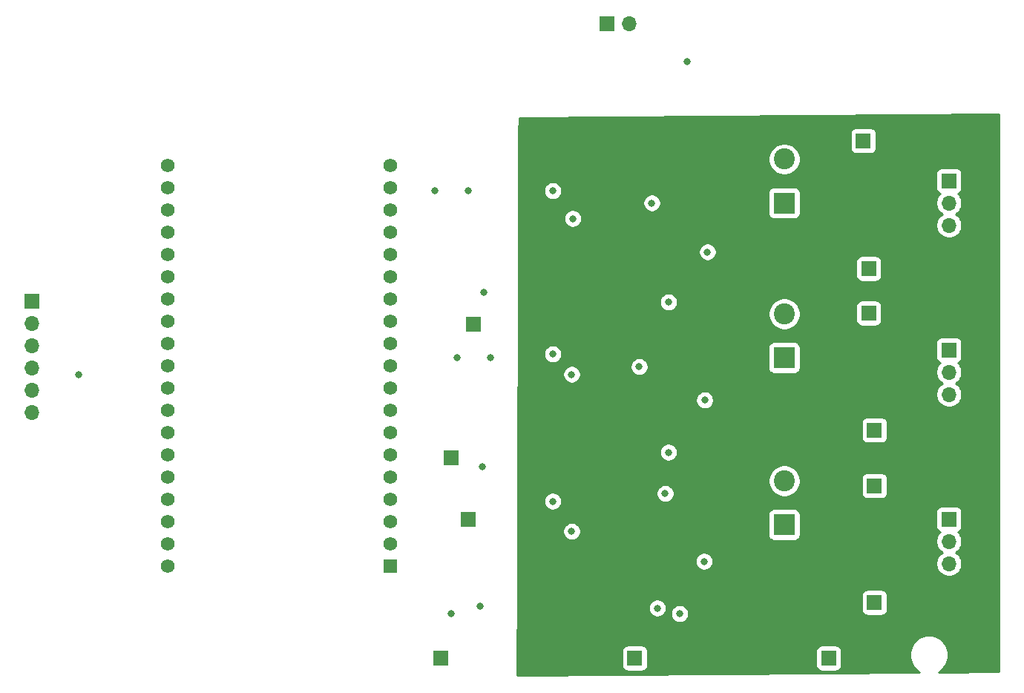
<source format=gbr>
%TF.GenerationSoftware,KiCad,Pcbnew,5.1.10-88a1d61d58~88~ubuntu20.04.1*%
%TF.CreationDate,2021-06-19T14:45:42+02:00*%
%TF.ProjectId,WindowControl,57696e64-6f77-4436-9f6e-74726f6c2e6b,rev?*%
%TF.SameCoordinates,Original*%
%TF.FileFunction,Copper,L3,Inr*%
%TF.FilePolarity,Positive*%
%FSLAX46Y46*%
G04 Gerber Fmt 4.6, Leading zero omitted, Abs format (unit mm)*
G04 Created by KiCad (PCBNEW 5.1.10-88a1d61d58~88~ubuntu20.04.1) date 2021-06-19 14:45:42*
%MOMM*%
%LPD*%
G01*
G04 APERTURE LIST*
%TA.AperFunction,ComponentPad*%
%ADD10R,1.700000X1.700000*%
%TD*%
%TA.AperFunction,ComponentPad*%
%ADD11O,1.700000X1.700000*%
%TD*%
%TA.AperFunction,ComponentPad*%
%ADD12R,1.560000X1.560000*%
%TD*%
%TA.AperFunction,ComponentPad*%
%ADD13C,1.560000*%
%TD*%
%TA.AperFunction,ComponentPad*%
%ADD14R,2.400000X2.400000*%
%TD*%
%TA.AperFunction,ComponentPad*%
%ADD15C,2.400000*%
%TD*%
%TA.AperFunction,ViaPad*%
%ADD16C,0.800000*%
%TD*%
%TA.AperFunction,Conductor*%
%ADD17C,0.254000*%
%TD*%
%TA.AperFunction,Conductor*%
%ADD18C,0.100000*%
%TD*%
G04 APERTURE END LIST*
D10*
%TO.N,GND*%
%TO.C,J1*%
X131064000Y-42672000D03*
D11*
%TO.N,Net-(C7-Pad1)*%
X131064000Y-45212000D03*
%TO.N,PWM1*%
X131064000Y-47752000D03*
%TD*%
%TO.N,PWM2*%
%TO.C,J2*%
X131064000Y-67056000D03*
%TO.N,Net-(C8-Pad1)*%
X131064000Y-64516000D03*
D10*
%TO.N,GND*%
X131064000Y-61976000D03*
%TD*%
%TO.N,GND*%
%TO.C,J3*%
X131064000Y-81280000D03*
D11*
%TO.N,Net-(C9-Pad1)*%
X131064000Y-83820000D03*
%TO.N,PWM3*%
X131064000Y-86360000D03*
%TD*%
D10*
%TO.N,GND*%
%TO.C,J4*%
X26416000Y-56388000D03*
D11*
%TO.N,+3V3*%
X26416000Y-58928000D03*
%TO.N,IO4*%
X26416000Y-61468000D03*
%TO.N,IO3*%
X26416000Y-64008000D03*
%TO.N,IO2*%
X26416000Y-66548000D03*
%TO.N,IO1*%
X26416000Y-69088000D03*
%TD*%
D10*
%TO.N,Current_Sensor_1_AOUT*%
%TO.C,A1*%
X76835000Y-59055000D03*
%TD*%
%TO.N,PWM1*%
%TO.C,PWM1*%
X121920000Y-52705000D03*
%TD*%
%TO.N,GND*%
%TO.C,GND*%
X73056750Y-97155000D03*
%TD*%
%TO.N,Current_Sensor_2_AOUT*%
%TO.C,A2*%
X74295000Y-74295000D03*
%TD*%
%TO.N,PWM2*%
%TO.C,PWM2*%
X122555000Y-71120000D03*
%TD*%
%TO.N,GND*%
%TO.C,GND*%
X95202375Y-97155000D03*
%TD*%
%TO.N,Current_Sensor_3_AOUT*%
%TO.C,A3*%
X76200000Y-81280000D03*
%TD*%
%TO.N,PWM3*%
%TO.C,PWM3*%
X122555000Y-90805000D03*
%TD*%
%TO.N,GND*%
%TO.C,GND*%
X117348000Y-97155000D03*
%TD*%
D12*
%TO.N,+3V3*%
%TO.C,U4*%
X67310000Y-86689000D03*
D13*
%TO.N,Net-(U4-Pad2)*%
X67310000Y-84149000D03*
%TO.N,+5V*%
X67310000Y-40969000D03*
%TO.N,Net-(U4-Pad3)*%
X67310000Y-81609000D03*
%TO.N,Net-(U4-Pad4)*%
X67310000Y-79069000D03*
%TO.N,Current_Sensor_3_AOUT*%
X67310000Y-76529000D03*
%TO.N,Net-(U4-Pad6)*%
X67310000Y-73989000D03*
%TO.N,Current_Sensor_2_AOUT*%
X67310000Y-71449000D03*
%TO.N,Current_Sensor_1_AOUT*%
X67310000Y-68909000D03*
%TO.N,PWM3*%
X67310000Y-66369000D03*
%TO.N,PWM2*%
X67310000Y-63829000D03*
%TO.N,PWM1*%
X67310000Y-61289000D03*
%TO.N,Net-(U4-Pad12)*%
X67310000Y-58749000D03*
%TO.N,Net-(U4-Pad13)*%
X67310000Y-56209000D03*
%TO.N,GND*%
X67310000Y-53669000D03*
%TO.N,Net-(U4-Pad15)*%
X67310000Y-51129000D03*
%TO.N,Net-(U4-Pad16)*%
X67310000Y-48589000D03*
%TO.N,Net-(U4-Pad17)*%
X67310000Y-46049000D03*
%TO.N,Net-(U4-Pad18)*%
X67310000Y-43509000D03*
%TO.N,GND*%
X41910000Y-86689000D03*
%TO.N,IO1*%
X41910000Y-84149000D03*
%TO.N,IO2*%
X41910000Y-81609000D03*
%TO.N,Net-(U4-Pad23)*%
X41910000Y-79069000D03*
%TO.N,Net-(U4-Pad24)*%
X41910000Y-76529000D03*
%TO.N,IO3*%
X41910000Y-73989000D03*
%TO.N,GND*%
X41910000Y-71449000D03*
%TO.N,Net-(U4-Pad27)*%
X41910000Y-68909000D03*
%TO.N,IO4*%
X41910000Y-66369000D03*
%TO.N,Net-(U4-Pad29)*%
X41910000Y-63829000D03*
%TO.N,Net-(U4-Pad30)*%
X41910000Y-61289000D03*
%TO.N,Net-(U4-Pad31)*%
X41910000Y-58749000D03*
%TO.N,Net-(U4-Pad32)*%
X41910000Y-56209000D03*
%TO.N,Net-(U4-Pad33)*%
X41910000Y-53669000D03*
%TO.N,Net-(U4-Pad34)*%
X41910000Y-51129000D03*
%TO.N,Net-(U4-Pad35)*%
X41910000Y-48589000D03*
%TO.N,Net-(U4-Pad36)*%
X41910000Y-46049000D03*
%TO.N,Net-(U4-Pad37)*%
X41910000Y-43509000D03*
%TO.N,Net-(U4-Pad38)*%
X41910000Y-40969000D03*
%TD*%
D14*
%TO.N,Net-(C7-Pad1)*%
%TO.C,C7*%
X112268000Y-45212000D03*
D15*
%TO.N,GND*%
X112268000Y-40212000D03*
%TD*%
%TO.N,GND*%
%TO.C,C8*%
X112268000Y-57865000D03*
D14*
%TO.N,Net-(C8-Pad1)*%
X112268000Y-62865000D03*
%TD*%
%TO.N,Net-(C9-Pad1)*%
%TO.C,C9*%
X112268000Y-81915000D03*
D15*
%TO.N,GND*%
X112268000Y-76915000D03*
%TD*%
D10*
%TO.N,Net-(F1-Pad1)*%
%TO.C,J5*%
X92075000Y-24765000D03*
D11*
%TO.N,GND*%
X94615000Y-24765000D03*
%TD*%
D10*
%TO.N,Net-(C8-Pad1)*%
%TO.C,M2_VCC*%
X121920000Y-57785000D03*
%TD*%
%TO.N,Net-(C9-Pad1)*%
%TO.C,M3_VCC*%
X122555000Y-77470000D03*
%TD*%
%TO.N,Net-(C7-Pad1)*%
%TO.C,M1_VCC*%
X121285000Y-38100000D03*
%TD*%
D16*
%TO.N,+5VD*%
X89916000Y-40005000D03*
X91524666Y-40005000D03*
X93133332Y-40005000D03*
X94742000Y-40005000D03*
X89916000Y-41275000D03*
X91524666Y-41275000D03*
X93133332Y-41275000D03*
X94742000Y-41275000D03*
%TO.N,GND*%
X85852000Y-43815000D03*
X88138000Y-46990000D03*
X77978000Y-55372000D03*
X77851000Y-75311000D03*
X77597000Y-91186000D03*
X85852000Y-79248000D03*
X88011000Y-82677000D03*
X88011000Y-64770000D03*
X98679000Y-78359000D03*
X103124000Y-86106000D03*
X97155000Y-45212000D03*
X101219000Y-29083000D03*
X99060000Y-73660000D03*
X99060000Y-56515000D03*
X103505000Y-50800000D03*
X100330000Y-92075000D03*
X97790000Y-91440000D03*
X74295000Y-92075000D03*
X78740000Y-62865000D03*
X74930000Y-62865000D03*
X76200000Y-43815000D03*
X72390000Y-43815000D03*
X85852000Y-62445010D03*
X103191947Y-67699851D03*
X95718703Y-63900799D03*
X31750000Y-64770000D03*
%TO.N,+5VD*%
X89916000Y-38862000D03*
X91524666Y-38862000D03*
X93133332Y-38862000D03*
X94742000Y-38862000D03*
X101219000Y-40132000D03*
X97155000Y-50165000D03*
X97155000Y-51435000D03*
X99060000Y-50800000D03*
X88265000Y-51435000D03*
X99060000Y-67945000D03*
X87630000Y-86995000D03*
X97155000Y-86995000D03*
X97155000Y-85725000D03*
X99060000Y-86360000D03*
X87630000Y-69735008D03*
X96883064Y-69735008D03*
X96236452Y-68034988D03*
%TD*%
D17*
%TO.N,+5VD*%
X136754000Y-98684261D02*
X129859676Y-98739258D01*
X130202729Y-98510038D01*
X130514038Y-98198729D01*
X130758631Y-97832669D01*
X130927110Y-97425925D01*
X131013000Y-96994128D01*
X131013000Y-96553872D01*
X130927110Y-96122075D01*
X130758631Y-95715331D01*
X130514038Y-95349271D01*
X130202729Y-95037962D01*
X129836669Y-94793369D01*
X129429925Y-94624890D01*
X128998128Y-94539000D01*
X128557872Y-94539000D01*
X128126075Y-94624890D01*
X127719331Y-94793369D01*
X127353271Y-95037962D01*
X127041962Y-95349271D01*
X126797369Y-95715331D01*
X126628890Y-96122075D01*
X126543000Y-96553872D01*
X126543000Y-96994128D01*
X126628890Y-97425925D01*
X126797369Y-97832669D01*
X127041962Y-98198729D01*
X127353271Y-98510038D01*
X127719331Y-98754631D01*
X127723361Y-98756300D01*
X81820132Y-99122480D01*
X81828533Y-96305000D01*
X93714303Y-96305000D01*
X93714303Y-98005000D01*
X93726563Y-98129482D01*
X93762873Y-98249180D01*
X93821838Y-98359494D01*
X93901190Y-98456185D01*
X93997881Y-98535537D01*
X94108195Y-98594502D01*
X94227893Y-98630812D01*
X94352375Y-98643072D01*
X96052375Y-98643072D01*
X96176857Y-98630812D01*
X96296555Y-98594502D01*
X96406869Y-98535537D01*
X96503560Y-98456185D01*
X96582912Y-98359494D01*
X96641877Y-98249180D01*
X96678187Y-98129482D01*
X96690447Y-98005000D01*
X96690447Y-96305000D01*
X115859928Y-96305000D01*
X115859928Y-98005000D01*
X115872188Y-98129482D01*
X115908498Y-98249180D01*
X115967463Y-98359494D01*
X116046815Y-98456185D01*
X116143506Y-98535537D01*
X116253820Y-98594502D01*
X116373518Y-98630812D01*
X116498000Y-98643072D01*
X118198000Y-98643072D01*
X118322482Y-98630812D01*
X118442180Y-98594502D01*
X118552494Y-98535537D01*
X118649185Y-98456185D01*
X118728537Y-98359494D01*
X118787502Y-98249180D01*
X118823812Y-98129482D01*
X118836072Y-98005000D01*
X118836072Y-96305000D01*
X118823812Y-96180518D01*
X118787502Y-96060820D01*
X118728537Y-95950506D01*
X118649185Y-95853815D01*
X118552494Y-95774463D01*
X118442180Y-95715498D01*
X118322482Y-95679188D01*
X118198000Y-95666928D01*
X116498000Y-95666928D01*
X116373518Y-95679188D01*
X116253820Y-95715498D01*
X116143506Y-95774463D01*
X116046815Y-95853815D01*
X115967463Y-95950506D01*
X115908498Y-96060820D01*
X115872188Y-96180518D01*
X115859928Y-96305000D01*
X96690447Y-96305000D01*
X96678187Y-96180518D01*
X96641877Y-96060820D01*
X96582912Y-95950506D01*
X96503560Y-95853815D01*
X96406869Y-95774463D01*
X96296555Y-95715498D01*
X96176857Y-95679188D01*
X96052375Y-95666928D01*
X94352375Y-95666928D01*
X94227893Y-95679188D01*
X94108195Y-95715498D01*
X93997881Y-95774463D01*
X93901190Y-95853815D01*
X93821838Y-95950506D01*
X93762873Y-96060820D01*
X93726563Y-96180518D01*
X93714303Y-96305000D01*
X81828533Y-96305000D01*
X81843344Y-91338061D01*
X96755000Y-91338061D01*
X96755000Y-91541939D01*
X96794774Y-91741898D01*
X96872795Y-91930256D01*
X96986063Y-92099774D01*
X97130226Y-92243937D01*
X97299744Y-92357205D01*
X97488102Y-92435226D01*
X97688061Y-92475000D01*
X97891939Y-92475000D01*
X98091898Y-92435226D01*
X98280256Y-92357205D01*
X98449774Y-92243937D01*
X98593937Y-92099774D01*
X98678603Y-91973061D01*
X99295000Y-91973061D01*
X99295000Y-92176939D01*
X99334774Y-92376898D01*
X99412795Y-92565256D01*
X99526063Y-92734774D01*
X99670226Y-92878937D01*
X99839744Y-92992205D01*
X100028102Y-93070226D01*
X100228061Y-93110000D01*
X100431939Y-93110000D01*
X100631898Y-93070226D01*
X100820256Y-92992205D01*
X100989774Y-92878937D01*
X101133937Y-92734774D01*
X101247205Y-92565256D01*
X101325226Y-92376898D01*
X101365000Y-92176939D01*
X101365000Y-91973061D01*
X101325226Y-91773102D01*
X101247205Y-91584744D01*
X101133937Y-91415226D01*
X100989774Y-91271063D01*
X100820256Y-91157795D01*
X100631898Y-91079774D01*
X100431939Y-91040000D01*
X100228061Y-91040000D01*
X100028102Y-91079774D01*
X99839744Y-91157795D01*
X99670226Y-91271063D01*
X99526063Y-91415226D01*
X99412795Y-91584744D01*
X99334774Y-91773102D01*
X99295000Y-91973061D01*
X98678603Y-91973061D01*
X98707205Y-91930256D01*
X98785226Y-91741898D01*
X98825000Y-91541939D01*
X98825000Y-91338061D01*
X98785226Y-91138102D01*
X98707205Y-90949744D01*
X98593937Y-90780226D01*
X98449774Y-90636063D01*
X98280256Y-90522795D01*
X98091898Y-90444774D01*
X97891939Y-90405000D01*
X97688061Y-90405000D01*
X97488102Y-90444774D01*
X97299744Y-90522795D01*
X97130226Y-90636063D01*
X96986063Y-90780226D01*
X96872795Y-90949744D01*
X96794774Y-91138102D01*
X96755000Y-91338061D01*
X81843344Y-91338061D01*
X81847468Y-89955000D01*
X121066928Y-89955000D01*
X121066928Y-91655000D01*
X121079188Y-91779482D01*
X121115498Y-91899180D01*
X121174463Y-92009494D01*
X121253815Y-92106185D01*
X121350506Y-92185537D01*
X121460820Y-92244502D01*
X121580518Y-92280812D01*
X121705000Y-92293072D01*
X123405000Y-92293072D01*
X123529482Y-92280812D01*
X123649180Y-92244502D01*
X123759494Y-92185537D01*
X123856185Y-92106185D01*
X123935537Y-92009494D01*
X123994502Y-91899180D01*
X124030812Y-91779482D01*
X124043072Y-91655000D01*
X124043072Y-89955000D01*
X124030812Y-89830518D01*
X123994502Y-89710820D01*
X123935537Y-89600506D01*
X123856185Y-89503815D01*
X123759494Y-89424463D01*
X123649180Y-89365498D01*
X123529482Y-89329188D01*
X123405000Y-89316928D01*
X121705000Y-89316928D01*
X121580518Y-89329188D01*
X121460820Y-89365498D01*
X121350506Y-89424463D01*
X121253815Y-89503815D01*
X121174463Y-89600506D01*
X121115498Y-89710820D01*
X121079188Y-89830518D01*
X121066928Y-89955000D01*
X81847468Y-89955000D01*
X81859251Y-86004061D01*
X102089000Y-86004061D01*
X102089000Y-86207939D01*
X102128774Y-86407898D01*
X102206795Y-86596256D01*
X102320063Y-86765774D01*
X102464226Y-86909937D01*
X102633744Y-87023205D01*
X102822102Y-87101226D01*
X103022061Y-87141000D01*
X103225939Y-87141000D01*
X103425898Y-87101226D01*
X103614256Y-87023205D01*
X103783774Y-86909937D01*
X103927937Y-86765774D01*
X104041205Y-86596256D01*
X104119226Y-86407898D01*
X104159000Y-86207939D01*
X104159000Y-86004061D01*
X104119226Y-85804102D01*
X104041205Y-85615744D01*
X103927937Y-85446226D01*
X103783774Y-85302063D01*
X103614256Y-85188795D01*
X103425898Y-85110774D01*
X103225939Y-85071000D01*
X103022061Y-85071000D01*
X102822102Y-85110774D01*
X102633744Y-85188795D01*
X102464226Y-85302063D01*
X102320063Y-85446226D01*
X102206795Y-85615744D01*
X102128774Y-85804102D01*
X102089000Y-86004061D01*
X81859251Y-86004061D01*
X81869477Y-82575061D01*
X86976000Y-82575061D01*
X86976000Y-82778939D01*
X87015774Y-82978898D01*
X87093795Y-83167256D01*
X87207063Y-83336774D01*
X87351226Y-83480937D01*
X87520744Y-83594205D01*
X87709102Y-83672226D01*
X87909061Y-83712000D01*
X88112939Y-83712000D01*
X88312898Y-83672226D01*
X88501256Y-83594205D01*
X88670774Y-83480937D01*
X88814937Y-83336774D01*
X88928205Y-83167256D01*
X89006226Y-82978898D01*
X89046000Y-82778939D01*
X89046000Y-82575061D01*
X89006226Y-82375102D01*
X88928205Y-82186744D01*
X88814937Y-82017226D01*
X88670774Y-81873063D01*
X88501256Y-81759795D01*
X88312898Y-81681774D01*
X88112939Y-81642000D01*
X87909061Y-81642000D01*
X87709102Y-81681774D01*
X87520744Y-81759795D01*
X87351226Y-81873063D01*
X87207063Y-82017226D01*
X87093795Y-82186744D01*
X87015774Y-82375102D01*
X86976000Y-82575061D01*
X81869477Y-82575061D01*
X81875024Y-80715000D01*
X110429928Y-80715000D01*
X110429928Y-83115000D01*
X110442188Y-83239482D01*
X110478498Y-83359180D01*
X110537463Y-83469494D01*
X110616815Y-83566185D01*
X110713506Y-83645537D01*
X110823820Y-83704502D01*
X110943518Y-83740812D01*
X111068000Y-83753072D01*
X113468000Y-83753072D01*
X113592482Y-83740812D01*
X113712180Y-83704502D01*
X113822494Y-83645537D01*
X113919185Y-83566185D01*
X113998537Y-83469494D01*
X114057502Y-83359180D01*
X114093812Y-83239482D01*
X114106072Y-83115000D01*
X114106072Y-80715000D01*
X114093812Y-80590518D01*
X114057502Y-80470820D01*
X114035683Y-80430000D01*
X129575928Y-80430000D01*
X129575928Y-82130000D01*
X129588188Y-82254482D01*
X129624498Y-82374180D01*
X129683463Y-82484494D01*
X129762815Y-82581185D01*
X129859506Y-82660537D01*
X129969820Y-82719502D01*
X130042380Y-82741513D01*
X129910525Y-82873368D01*
X129748010Y-83116589D01*
X129636068Y-83386842D01*
X129579000Y-83673740D01*
X129579000Y-83966260D01*
X129636068Y-84253158D01*
X129748010Y-84523411D01*
X129910525Y-84766632D01*
X130117368Y-84973475D01*
X130291760Y-85090000D01*
X130117368Y-85206525D01*
X129910525Y-85413368D01*
X129748010Y-85656589D01*
X129636068Y-85926842D01*
X129579000Y-86213740D01*
X129579000Y-86506260D01*
X129636068Y-86793158D01*
X129748010Y-87063411D01*
X129910525Y-87306632D01*
X130117368Y-87513475D01*
X130360589Y-87675990D01*
X130630842Y-87787932D01*
X130917740Y-87845000D01*
X131210260Y-87845000D01*
X131497158Y-87787932D01*
X131767411Y-87675990D01*
X132010632Y-87513475D01*
X132217475Y-87306632D01*
X132379990Y-87063411D01*
X132491932Y-86793158D01*
X132549000Y-86506260D01*
X132549000Y-86213740D01*
X132491932Y-85926842D01*
X132379990Y-85656589D01*
X132217475Y-85413368D01*
X132010632Y-85206525D01*
X131836240Y-85090000D01*
X132010632Y-84973475D01*
X132217475Y-84766632D01*
X132379990Y-84523411D01*
X132491932Y-84253158D01*
X132549000Y-83966260D01*
X132549000Y-83673740D01*
X132491932Y-83386842D01*
X132379990Y-83116589D01*
X132217475Y-82873368D01*
X132085620Y-82741513D01*
X132158180Y-82719502D01*
X132268494Y-82660537D01*
X132365185Y-82581185D01*
X132444537Y-82484494D01*
X132503502Y-82374180D01*
X132539812Y-82254482D01*
X132552072Y-82130000D01*
X132552072Y-80430000D01*
X132539812Y-80305518D01*
X132503502Y-80185820D01*
X132444537Y-80075506D01*
X132365185Y-79978815D01*
X132268494Y-79899463D01*
X132158180Y-79840498D01*
X132038482Y-79804188D01*
X131914000Y-79791928D01*
X130214000Y-79791928D01*
X130089518Y-79804188D01*
X129969820Y-79840498D01*
X129859506Y-79899463D01*
X129762815Y-79978815D01*
X129683463Y-80075506D01*
X129624498Y-80185820D01*
X129588188Y-80305518D01*
X129575928Y-80430000D01*
X114035683Y-80430000D01*
X113998537Y-80360506D01*
X113919185Y-80263815D01*
X113822494Y-80184463D01*
X113712180Y-80125498D01*
X113592482Y-80089188D01*
X113468000Y-80076928D01*
X111068000Y-80076928D01*
X110943518Y-80089188D01*
X110823820Y-80125498D01*
X110713506Y-80184463D01*
X110616815Y-80263815D01*
X110537463Y-80360506D01*
X110478498Y-80470820D01*
X110442188Y-80590518D01*
X110429928Y-80715000D01*
X81875024Y-80715000D01*
X81879703Y-79146061D01*
X84817000Y-79146061D01*
X84817000Y-79349939D01*
X84856774Y-79549898D01*
X84934795Y-79738256D01*
X85048063Y-79907774D01*
X85192226Y-80051937D01*
X85361744Y-80165205D01*
X85550102Y-80243226D01*
X85750061Y-80283000D01*
X85953939Y-80283000D01*
X86153898Y-80243226D01*
X86342256Y-80165205D01*
X86511774Y-80051937D01*
X86655937Y-79907774D01*
X86769205Y-79738256D01*
X86847226Y-79549898D01*
X86887000Y-79349939D01*
X86887000Y-79146061D01*
X86847226Y-78946102D01*
X86769205Y-78757744D01*
X86655937Y-78588226D01*
X86511774Y-78444063D01*
X86342256Y-78330795D01*
X86164248Y-78257061D01*
X97644000Y-78257061D01*
X97644000Y-78460939D01*
X97683774Y-78660898D01*
X97761795Y-78849256D01*
X97875063Y-79018774D01*
X98019226Y-79162937D01*
X98188744Y-79276205D01*
X98377102Y-79354226D01*
X98577061Y-79394000D01*
X98780939Y-79394000D01*
X98980898Y-79354226D01*
X99169256Y-79276205D01*
X99338774Y-79162937D01*
X99482937Y-79018774D01*
X99596205Y-78849256D01*
X99674226Y-78660898D01*
X99714000Y-78460939D01*
X99714000Y-78257061D01*
X99674226Y-78057102D01*
X99596205Y-77868744D01*
X99482937Y-77699226D01*
X99338774Y-77555063D01*
X99169256Y-77441795D01*
X98980898Y-77363774D01*
X98780939Y-77324000D01*
X98577061Y-77324000D01*
X98377102Y-77363774D01*
X98188744Y-77441795D01*
X98019226Y-77555063D01*
X97875063Y-77699226D01*
X97761795Y-77868744D01*
X97683774Y-78057102D01*
X97644000Y-78257061D01*
X86164248Y-78257061D01*
X86153898Y-78252774D01*
X85953939Y-78213000D01*
X85750061Y-78213000D01*
X85550102Y-78252774D01*
X85361744Y-78330795D01*
X85192226Y-78444063D01*
X85048063Y-78588226D01*
X84934795Y-78757744D01*
X84856774Y-78946102D01*
X84817000Y-79146061D01*
X81879703Y-79146061D01*
X81886894Y-76734268D01*
X110433000Y-76734268D01*
X110433000Y-77095732D01*
X110503518Y-77450250D01*
X110641844Y-77784199D01*
X110842662Y-78084744D01*
X111098256Y-78340338D01*
X111398801Y-78541156D01*
X111732750Y-78679482D01*
X112087268Y-78750000D01*
X112448732Y-78750000D01*
X112803250Y-78679482D01*
X113137199Y-78541156D01*
X113437744Y-78340338D01*
X113693338Y-78084744D01*
X113894156Y-77784199D01*
X114032482Y-77450250D01*
X114103000Y-77095732D01*
X114103000Y-76734268D01*
X114080271Y-76620000D01*
X121066928Y-76620000D01*
X121066928Y-78320000D01*
X121079188Y-78444482D01*
X121115498Y-78564180D01*
X121174463Y-78674494D01*
X121253815Y-78771185D01*
X121350506Y-78850537D01*
X121460820Y-78909502D01*
X121580518Y-78945812D01*
X121705000Y-78958072D01*
X123405000Y-78958072D01*
X123529482Y-78945812D01*
X123649180Y-78909502D01*
X123759494Y-78850537D01*
X123856185Y-78771185D01*
X123935537Y-78674494D01*
X123994502Y-78564180D01*
X124030812Y-78444482D01*
X124043072Y-78320000D01*
X124043072Y-76620000D01*
X124030812Y-76495518D01*
X123994502Y-76375820D01*
X123935537Y-76265506D01*
X123856185Y-76168815D01*
X123759494Y-76089463D01*
X123649180Y-76030498D01*
X123529482Y-75994188D01*
X123405000Y-75981928D01*
X121705000Y-75981928D01*
X121580518Y-75994188D01*
X121460820Y-76030498D01*
X121350506Y-76089463D01*
X121253815Y-76168815D01*
X121174463Y-76265506D01*
X121115498Y-76375820D01*
X121079188Y-76495518D01*
X121066928Y-76620000D01*
X114080271Y-76620000D01*
X114032482Y-76379750D01*
X113894156Y-76045801D01*
X113693338Y-75745256D01*
X113437744Y-75489662D01*
X113137199Y-75288844D01*
X112803250Y-75150518D01*
X112448732Y-75080000D01*
X112087268Y-75080000D01*
X111732750Y-75150518D01*
X111398801Y-75288844D01*
X111098256Y-75489662D01*
X110842662Y-75745256D01*
X110641844Y-76045801D01*
X110503518Y-76379750D01*
X110433000Y-76734268D01*
X81886894Y-76734268D01*
X81896366Y-73558061D01*
X98025000Y-73558061D01*
X98025000Y-73761939D01*
X98064774Y-73961898D01*
X98142795Y-74150256D01*
X98256063Y-74319774D01*
X98400226Y-74463937D01*
X98569744Y-74577205D01*
X98758102Y-74655226D01*
X98958061Y-74695000D01*
X99161939Y-74695000D01*
X99361898Y-74655226D01*
X99550256Y-74577205D01*
X99719774Y-74463937D01*
X99863937Y-74319774D01*
X99977205Y-74150256D01*
X100055226Y-73961898D01*
X100095000Y-73761939D01*
X100095000Y-73558061D01*
X100055226Y-73358102D01*
X99977205Y-73169744D01*
X99863937Y-73000226D01*
X99719774Y-72856063D01*
X99550256Y-72742795D01*
X99361898Y-72664774D01*
X99161939Y-72625000D01*
X98958061Y-72625000D01*
X98758102Y-72664774D01*
X98569744Y-72742795D01*
X98400226Y-72856063D01*
X98256063Y-73000226D01*
X98142795Y-73169744D01*
X98064774Y-73358102D01*
X98025000Y-73558061D01*
X81896366Y-73558061D01*
X81906170Y-70270000D01*
X121066928Y-70270000D01*
X121066928Y-71970000D01*
X121079188Y-72094482D01*
X121115498Y-72214180D01*
X121174463Y-72324494D01*
X121253815Y-72421185D01*
X121350506Y-72500537D01*
X121460820Y-72559502D01*
X121580518Y-72595812D01*
X121705000Y-72608072D01*
X123405000Y-72608072D01*
X123529482Y-72595812D01*
X123649180Y-72559502D01*
X123759494Y-72500537D01*
X123856185Y-72421185D01*
X123935537Y-72324494D01*
X123994502Y-72214180D01*
X124030812Y-72094482D01*
X124043072Y-71970000D01*
X124043072Y-70270000D01*
X124030812Y-70145518D01*
X123994502Y-70025820D01*
X123935537Y-69915506D01*
X123856185Y-69818815D01*
X123759494Y-69739463D01*
X123649180Y-69680498D01*
X123529482Y-69644188D01*
X123405000Y-69631928D01*
X121705000Y-69631928D01*
X121580518Y-69644188D01*
X121460820Y-69680498D01*
X121350506Y-69739463D01*
X121253815Y-69818815D01*
X121174463Y-69915506D01*
X121115498Y-70025820D01*
X121079188Y-70145518D01*
X121066928Y-70270000D01*
X81906170Y-70270000D01*
X81914139Y-67597912D01*
X102156947Y-67597912D01*
X102156947Y-67801790D01*
X102196721Y-68001749D01*
X102274742Y-68190107D01*
X102388010Y-68359625D01*
X102532173Y-68503788D01*
X102701691Y-68617056D01*
X102890049Y-68695077D01*
X103090008Y-68734851D01*
X103293886Y-68734851D01*
X103493845Y-68695077D01*
X103682203Y-68617056D01*
X103851721Y-68503788D01*
X103995884Y-68359625D01*
X104109152Y-68190107D01*
X104187173Y-68001749D01*
X104226947Y-67801790D01*
X104226947Y-67597912D01*
X104187173Y-67397953D01*
X104109152Y-67209595D01*
X103995884Y-67040077D01*
X103851721Y-66895914D01*
X103682203Y-66782646D01*
X103493845Y-66704625D01*
X103293886Y-66664851D01*
X103090008Y-66664851D01*
X102890049Y-66704625D01*
X102701691Y-66782646D01*
X102532173Y-66895914D01*
X102388010Y-67040077D01*
X102274742Y-67209595D01*
X102196721Y-67397953D01*
X102156947Y-67597912D01*
X81914139Y-67597912D01*
X81922877Y-64668061D01*
X86976000Y-64668061D01*
X86976000Y-64871939D01*
X87015774Y-65071898D01*
X87093795Y-65260256D01*
X87207063Y-65429774D01*
X87351226Y-65573937D01*
X87520744Y-65687205D01*
X87709102Y-65765226D01*
X87909061Y-65805000D01*
X88112939Y-65805000D01*
X88312898Y-65765226D01*
X88501256Y-65687205D01*
X88670774Y-65573937D01*
X88814937Y-65429774D01*
X88928205Y-65260256D01*
X89006226Y-65071898D01*
X89046000Y-64871939D01*
X89046000Y-64668061D01*
X89006226Y-64468102D01*
X88928205Y-64279744D01*
X88814937Y-64110226D01*
X88670774Y-63966063D01*
X88501256Y-63852795D01*
X88371047Y-63798860D01*
X94683703Y-63798860D01*
X94683703Y-64002738D01*
X94723477Y-64202697D01*
X94801498Y-64391055D01*
X94914766Y-64560573D01*
X95058929Y-64704736D01*
X95228447Y-64818004D01*
X95416805Y-64896025D01*
X95616764Y-64935799D01*
X95820642Y-64935799D01*
X96020601Y-64896025D01*
X96208959Y-64818004D01*
X96378477Y-64704736D01*
X96522640Y-64560573D01*
X96635908Y-64391055D01*
X96713929Y-64202697D01*
X96753703Y-64002738D01*
X96753703Y-63798860D01*
X96713929Y-63598901D01*
X96635908Y-63410543D01*
X96522640Y-63241025D01*
X96378477Y-63096862D01*
X96208959Y-62983594D01*
X96020601Y-62905573D01*
X95820642Y-62865799D01*
X95616764Y-62865799D01*
X95416805Y-62905573D01*
X95228447Y-62983594D01*
X95058929Y-63096862D01*
X94914766Y-63241025D01*
X94801498Y-63410543D01*
X94723477Y-63598901D01*
X94683703Y-63798860D01*
X88371047Y-63798860D01*
X88312898Y-63774774D01*
X88112939Y-63735000D01*
X87909061Y-63735000D01*
X87709102Y-63774774D01*
X87520744Y-63852795D01*
X87351226Y-63966063D01*
X87207063Y-64110226D01*
X87093795Y-64279744D01*
X87015774Y-64468102D01*
X86976000Y-64668061D01*
X81922877Y-64668061D01*
X81929811Y-62343071D01*
X84817000Y-62343071D01*
X84817000Y-62546949D01*
X84856774Y-62746908D01*
X84934795Y-62935266D01*
X85048063Y-63104784D01*
X85192226Y-63248947D01*
X85361744Y-63362215D01*
X85550102Y-63440236D01*
X85750061Y-63480010D01*
X85953939Y-63480010D01*
X86153898Y-63440236D01*
X86342256Y-63362215D01*
X86511774Y-63248947D01*
X86655937Y-63104784D01*
X86769205Y-62935266D01*
X86847226Y-62746908D01*
X86887000Y-62546949D01*
X86887000Y-62343071D01*
X86847226Y-62143112D01*
X86769205Y-61954754D01*
X86655937Y-61785236D01*
X86535701Y-61665000D01*
X110429928Y-61665000D01*
X110429928Y-64065000D01*
X110442188Y-64189482D01*
X110478498Y-64309180D01*
X110537463Y-64419494D01*
X110616815Y-64516185D01*
X110713506Y-64595537D01*
X110823820Y-64654502D01*
X110943518Y-64690812D01*
X111068000Y-64703072D01*
X113468000Y-64703072D01*
X113592482Y-64690812D01*
X113712180Y-64654502D01*
X113822494Y-64595537D01*
X113919185Y-64516185D01*
X113998537Y-64419494D01*
X114057502Y-64309180D01*
X114093812Y-64189482D01*
X114106072Y-64065000D01*
X114106072Y-61665000D01*
X114093812Y-61540518D01*
X114057502Y-61420820D01*
X113998537Y-61310506D01*
X113919185Y-61213815D01*
X113822494Y-61134463D01*
X113806662Y-61126000D01*
X129575928Y-61126000D01*
X129575928Y-62826000D01*
X129588188Y-62950482D01*
X129624498Y-63070180D01*
X129683463Y-63180494D01*
X129762815Y-63277185D01*
X129859506Y-63356537D01*
X129969820Y-63415502D01*
X130042380Y-63437513D01*
X129910525Y-63569368D01*
X129748010Y-63812589D01*
X129636068Y-64082842D01*
X129579000Y-64369740D01*
X129579000Y-64662260D01*
X129636068Y-64949158D01*
X129748010Y-65219411D01*
X129910525Y-65462632D01*
X130117368Y-65669475D01*
X130291760Y-65786000D01*
X130117368Y-65902525D01*
X129910525Y-66109368D01*
X129748010Y-66352589D01*
X129636068Y-66622842D01*
X129579000Y-66909740D01*
X129579000Y-67202260D01*
X129636068Y-67489158D01*
X129748010Y-67759411D01*
X129910525Y-68002632D01*
X130117368Y-68209475D01*
X130360589Y-68371990D01*
X130630842Y-68483932D01*
X130917740Y-68541000D01*
X131210260Y-68541000D01*
X131497158Y-68483932D01*
X131767411Y-68371990D01*
X132010632Y-68209475D01*
X132217475Y-68002632D01*
X132379990Y-67759411D01*
X132491932Y-67489158D01*
X132549000Y-67202260D01*
X132549000Y-66909740D01*
X132491932Y-66622842D01*
X132379990Y-66352589D01*
X132217475Y-66109368D01*
X132010632Y-65902525D01*
X131836240Y-65786000D01*
X132010632Y-65669475D01*
X132217475Y-65462632D01*
X132379990Y-65219411D01*
X132491932Y-64949158D01*
X132549000Y-64662260D01*
X132549000Y-64369740D01*
X132491932Y-64082842D01*
X132379990Y-63812589D01*
X132217475Y-63569368D01*
X132085620Y-63437513D01*
X132158180Y-63415502D01*
X132268494Y-63356537D01*
X132365185Y-63277185D01*
X132444537Y-63180494D01*
X132503502Y-63070180D01*
X132539812Y-62950482D01*
X132552072Y-62826000D01*
X132552072Y-61126000D01*
X132539812Y-61001518D01*
X132503502Y-60881820D01*
X132444537Y-60771506D01*
X132365185Y-60674815D01*
X132268494Y-60595463D01*
X132158180Y-60536498D01*
X132038482Y-60500188D01*
X131914000Y-60487928D01*
X130214000Y-60487928D01*
X130089518Y-60500188D01*
X129969820Y-60536498D01*
X129859506Y-60595463D01*
X129762815Y-60674815D01*
X129683463Y-60771506D01*
X129624498Y-60881820D01*
X129588188Y-61001518D01*
X129575928Y-61126000D01*
X113806662Y-61126000D01*
X113712180Y-61075498D01*
X113592482Y-61039188D01*
X113468000Y-61026928D01*
X111068000Y-61026928D01*
X110943518Y-61039188D01*
X110823820Y-61075498D01*
X110713506Y-61134463D01*
X110616815Y-61213815D01*
X110537463Y-61310506D01*
X110478498Y-61420820D01*
X110442188Y-61540518D01*
X110429928Y-61665000D01*
X86535701Y-61665000D01*
X86511774Y-61641073D01*
X86342256Y-61527805D01*
X86153898Y-61449784D01*
X85953939Y-61410010D01*
X85750061Y-61410010D01*
X85550102Y-61449784D01*
X85361744Y-61527805D01*
X85192226Y-61641073D01*
X85048063Y-61785236D01*
X84934795Y-61954754D01*
X84856774Y-62143112D01*
X84817000Y-62343071D01*
X81929811Y-62343071D01*
X81943703Y-57684268D01*
X110433000Y-57684268D01*
X110433000Y-58045732D01*
X110503518Y-58400250D01*
X110641844Y-58734199D01*
X110842662Y-59034744D01*
X111098256Y-59290338D01*
X111398801Y-59491156D01*
X111732750Y-59629482D01*
X112087268Y-59700000D01*
X112448732Y-59700000D01*
X112803250Y-59629482D01*
X113137199Y-59491156D01*
X113437744Y-59290338D01*
X113693338Y-59034744D01*
X113894156Y-58734199D01*
X114032482Y-58400250D01*
X114103000Y-58045732D01*
X114103000Y-57684268D01*
X114032482Y-57329750D01*
X113894156Y-56995801D01*
X113853531Y-56935000D01*
X120431928Y-56935000D01*
X120431928Y-58635000D01*
X120444188Y-58759482D01*
X120480498Y-58879180D01*
X120539463Y-58989494D01*
X120618815Y-59086185D01*
X120715506Y-59165537D01*
X120825820Y-59224502D01*
X120945518Y-59260812D01*
X121070000Y-59273072D01*
X122770000Y-59273072D01*
X122894482Y-59260812D01*
X123014180Y-59224502D01*
X123124494Y-59165537D01*
X123221185Y-59086185D01*
X123300537Y-58989494D01*
X123359502Y-58879180D01*
X123395812Y-58759482D01*
X123408072Y-58635000D01*
X123408072Y-56935000D01*
X123395812Y-56810518D01*
X123359502Y-56690820D01*
X123300537Y-56580506D01*
X123221185Y-56483815D01*
X123124494Y-56404463D01*
X123014180Y-56345498D01*
X122894482Y-56309188D01*
X122770000Y-56296928D01*
X121070000Y-56296928D01*
X120945518Y-56309188D01*
X120825820Y-56345498D01*
X120715506Y-56404463D01*
X120618815Y-56483815D01*
X120539463Y-56580506D01*
X120480498Y-56690820D01*
X120444188Y-56810518D01*
X120431928Y-56935000D01*
X113853531Y-56935000D01*
X113693338Y-56695256D01*
X113437744Y-56439662D01*
X113137199Y-56238844D01*
X112803250Y-56100518D01*
X112448732Y-56030000D01*
X112087268Y-56030000D01*
X111732750Y-56100518D01*
X111398801Y-56238844D01*
X111098256Y-56439662D01*
X110842662Y-56695256D01*
X110641844Y-56995801D01*
X110503518Y-57329750D01*
X110433000Y-57684268D01*
X81943703Y-57684268D01*
X81947494Y-56413061D01*
X98025000Y-56413061D01*
X98025000Y-56616939D01*
X98064774Y-56816898D01*
X98142795Y-57005256D01*
X98256063Y-57174774D01*
X98400226Y-57318937D01*
X98569744Y-57432205D01*
X98758102Y-57510226D01*
X98958061Y-57550000D01*
X99161939Y-57550000D01*
X99361898Y-57510226D01*
X99550256Y-57432205D01*
X99719774Y-57318937D01*
X99863937Y-57174774D01*
X99977205Y-57005256D01*
X100055226Y-56816898D01*
X100095000Y-56616939D01*
X100095000Y-56413061D01*
X100055226Y-56213102D01*
X99977205Y-56024744D01*
X99863937Y-55855226D01*
X99719774Y-55711063D01*
X99550256Y-55597795D01*
X99361898Y-55519774D01*
X99161939Y-55480000D01*
X98958061Y-55480000D01*
X98758102Y-55519774D01*
X98569744Y-55597795D01*
X98400226Y-55711063D01*
X98256063Y-55855226D01*
X98142795Y-56024744D01*
X98064774Y-56213102D01*
X98025000Y-56413061D01*
X81947494Y-56413061D01*
X81961086Y-51855000D01*
X120431928Y-51855000D01*
X120431928Y-53555000D01*
X120444188Y-53679482D01*
X120480498Y-53799180D01*
X120539463Y-53909494D01*
X120618815Y-54006185D01*
X120715506Y-54085537D01*
X120825820Y-54144502D01*
X120945518Y-54180812D01*
X121070000Y-54193072D01*
X122770000Y-54193072D01*
X122894482Y-54180812D01*
X123014180Y-54144502D01*
X123124494Y-54085537D01*
X123221185Y-54006185D01*
X123300537Y-53909494D01*
X123359502Y-53799180D01*
X123395812Y-53679482D01*
X123408072Y-53555000D01*
X123408072Y-51855000D01*
X123395812Y-51730518D01*
X123359502Y-51610820D01*
X123300537Y-51500506D01*
X123221185Y-51403815D01*
X123124494Y-51324463D01*
X123014180Y-51265498D01*
X122894482Y-51229188D01*
X122770000Y-51216928D01*
X121070000Y-51216928D01*
X120945518Y-51229188D01*
X120825820Y-51265498D01*
X120715506Y-51324463D01*
X120618815Y-51403815D01*
X120539463Y-51500506D01*
X120480498Y-51610820D01*
X120444188Y-51730518D01*
X120431928Y-51855000D01*
X81961086Y-51855000D01*
X81964537Y-50698061D01*
X102470000Y-50698061D01*
X102470000Y-50901939D01*
X102509774Y-51101898D01*
X102587795Y-51290256D01*
X102701063Y-51459774D01*
X102845226Y-51603937D01*
X103014744Y-51717205D01*
X103203102Y-51795226D01*
X103403061Y-51835000D01*
X103606939Y-51835000D01*
X103806898Y-51795226D01*
X103995256Y-51717205D01*
X104164774Y-51603937D01*
X104308937Y-51459774D01*
X104422205Y-51290256D01*
X104500226Y-51101898D01*
X104540000Y-50901939D01*
X104540000Y-50698061D01*
X104500226Y-50498102D01*
X104422205Y-50309744D01*
X104308937Y-50140226D01*
X104164774Y-49996063D01*
X103995256Y-49882795D01*
X103806898Y-49804774D01*
X103606939Y-49765000D01*
X103403061Y-49765000D01*
X103203102Y-49804774D01*
X103014744Y-49882795D01*
X102845226Y-49996063D01*
X102701063Y-50140226D01*
X102587795Y-50309744D01*
X102509774Y-50498102D01*
X102470000Y-50698061D01*
X81964537Y-50698061D01*
X81975899Y-46888061D01*
X87103000Y-46888061D01*
X87103000Y-47091939D01*
X87142774Y-47291898D01*
X87220795Y-47480256D01*
X87334063Y-47649774D01*
X87478226Y-47793937D01*
X87647744Y-47907205D01*
X87836102Y-47985226D01*
X88036061Y-48025000D01*
X88239939Y-48025000D01*
X88439898Y-47985226D01*
X88628256Y-47907205D01*
X88797774Y-47793937D01*
X88941937Y-47649774D01*
X89055205Y-47480256D01*
X89133226Y-47291898D01*
X89173000Y-47091939D01*
X89173000Y-46888061D01*
X89133226Y-46688102D01*
X89055205Y-46499744D01*
X88941937Y-46330226D01*
X88797774Y-46186063D01*
X88628256Y-46072795D01*
X88439898Y-45994774D01*
X88239939Y-45955000D01*
X88036061Y-45955000D01*
X87836102Y-45994774D01*
X87647744Y-46072795D01*
X87478226Y-46186063D01*
X87334063Y-46330226D01*
X87220795Y-46499744D01*
X87142774Y-46688102D01*
X87103000Y-46888061D01*
X81975899Y-46888061D01*
X81981201Y-45110061D01*
X96120000Y-45110061D01*
X96120000Y-45313939D01*
X96159774Y-45513898D01*
X96237795Y-45702256D01*
X96351063Y-45871774D01*
X96495226Y-46015937D01*
X96664744Y-46129205D01*
X96853102Y-46207226D01*
X97053061Y-46247000D01*
X97256939Y-46247000D01*
X97456898Y-46207226D01*
X97645256Y-46129205D01*
X97814774Y-46015937D01*
X97958937Y-45871774D01*
X98072205Y-45702256D01*
X98150226Y-45513898D01*
X98190000Y-45313939D01*
X98190000Y-45110061D01*
X98150226Y-44910102D01*
X98072205Y-44721744D01*
X97958937Y-44552226D01*
X97814774Y-44408063D01*
X97645256Y-44294795D01*
X97456898Y-44216774D01*
X97256939Y-44177000D01*
X97053061Y-44177000D01*
X96853102Y-44216774D01*
X96664744Y-44294795D01*
X96495226Y-44408063D01*
X96351063Y-44552226D01*
X96237795Y-44721744D01*
X96159774Y-44910102D01*
X96120000Y-45110061D01*
X81981201Y-45110061D01*
X81985368Y-43713061D01*
X84817000Y-43713061D01*
X84817000Y-43916939D01*
X84856774Y-44116898D01*
X84934795Y-44305256D01*
X85048063Y-44474774D01*
X85192226Y-44618937D01*
X85361744Y-44732205D01*
X85550102Y-44810226D01*
X85750061Y-44850000D01*
X85953939Y-44850000D01*
X86153898Y-44810226D01*
X86342256Y-44732205D01*
X86511774Y-44618937D01*
X86655937Y-44474774D01*
X86769205Y-44305256D01*
X86847226Y-44116898D01*
X86868091Y-44012000D01*
X110429928Y-44012000D01*
X110429928Y-46412000D01*
X110442188Y-46536482D01*
X110478498Y-46656180D01*
X110537463Y-46766494D01*
X110616815Y-46863185D01*
X110713506Y-46942537D01*
X110823820Y-47001502D01*
X110943518Y-47037812D01*
X111068000Y-47050072D01*
X113468000Y-47050072D01*
X113592482Y-47037812D01*
X113712180Y-47001502D01*
X113822494Y-46942537D01*
X113919185Y-46863185D01*
X113998537Y-46766494D01*
X114057502Y-46656180D01*
X114093812Y-46536482D01*
X114106072Y-46412000D01*
X114106072Y-44012000D01*
X114093812Y-43887518D01*
X114057502Y-43767820D01*
X113998537Y-43657506D01*
X113919185Y-43560815D01*
X113822494Y-43481463D01*
X113712180Y-43422498D01*
X113592482Y-43386188D01*
X113468000Y-43373928D01*
X111068000Y-43373928D01*
X110943518Y-43386188D01*
X110823820Y-43422498D01*
X110713506Y-43481463D01*
X110616815Y-43560815D01*
X110537463Y-43657506D01*
X110478498Y-43767820D01*
X110442188Y-43887518D01*
X110429928Y-44012000D01*
X86868091Y-44012000D01*
X86887000Y-43916939D01*
X86887000Y-43713061D01*
X86847226Y-43513102D01*
X86769205Y-43324744D01*
X86655937Y-43155226D01*
X86511774Y-43011063D01*
X86342256Y-42897795D01*
X86153898Y-42819774D01*
X85953939Y-42780000D01*
X85750061Y-42780000D01*
X85550102Y-42819774D01*
X85361744Y-42897795D01*
X85192226Y-43011063D01*
X85048063Y-43155226D01*
X84934795Y-43324744D01*
X84856774Y-43513102D01*
X84817000Y-43713061D01*
X81985368Y-43713061D01*
X81996347Y-40031268D01*
X110433000Y-40031268D01*
X110433000Y-40392732D01*
X110503518Y-40747250D01*
X110641844Y-41081199D01*
X110842662Y-41381744D01*
X111098256Y-41637338D01*
X111398801Y-41838156D01*
X111732750Y-41976482D01*
X112087268Y-42047000D01*
X112448732Y-42047000D01*
X112803250Y-41976482D01*
X113137199Y-41838156D01*
X113161378Y-41822000D01*
X129575928Y-41822000D01*
X129575928Y-43522000D01*
X129588188Y-43646482D01*
X129624498Y-43766180D01*
X129683463Y-43876494D01*
X129762815Y-43973185D01*
X129859506Y-44052537D01*
X129969820Y-44111502D01*
X130042380Y-44133513D01*
X129910525Y-44265368D01*
X129748010Y-44508589D01*
X129636068Y-44778842D01*
X129579000Y-45065740D01*
X129579000Y-45358260D01*
X129636068Y-45645158D01*
X129748010Y-45915411D01*
X129910525Y-46158632D01*
X130117368Y-46365475D01*
X130291760Y-46482000D01*
X130117368Y-46598525D01*
X129910525Y-46805368D01*
X129748010Y-47048589D01*
X129636068Y-47318842D01*
X129579000Y-47605740D01*
X129579000Y-47898260D01*
X129636068Y-48185158D01*
X129748010Y-48455411D01*
X129910525Y-48698632D01*
X130117368Y-48905475D01*
X130360589Y-49067990D01*
X130630842Y-49179932D01*
X130917740Y-49237000D01*
X131210260Y-49237000D01*
X131497158Y-49179932D01*
X131767411Y-49067990D01*
X132010632Y-48905475D01*
X132217475Y-48698632D01*
X132379990Y-48455411D01*
X132491932Y-48185158D01*
X132549000Y-47898260D01*
X132549000Y-47605740D01*
X132491932Y-47318842D01*
X132379990Y-47048589D01*
X132217475Y-46805368D01*
X132010632Y-46598525D01*
X131836240Y-46482000D01*
X132010632Y-46365475D01*
X132217475Y-46158632D01*
X132379990Y-45915411D01*
X132491932Y-45645158D01*
X132549000Y-45358260D01*
X132549000Y-45065740D01*
X132491932Y-44778842D01*
X132379990Y-44508589D01*
X132217475Y-44265368D01*
X132085620Y-44133513D01*
X132158180Y-44111502D01*
X132268494Y-44052537D01*
X132365185Y-43973185D01*
X132444537Y-43876494D01*
X132503502Y-43766180D01*
X132539812Y-43646482D01*
X132552072Y-43522000D01*
X132552072Y-41822000D01*
X132539812Y-41697518D01*
X132503502Y-41577820D01*
X132444537Y-41467506D01*
X132365185Y-41370815D01*
X132268494Y-41291463D01*
X132158180Y-41232498D01*
X132038482Y-41196188D01*
X131914000Y-41183928D01*
X130214000Y-41183928D01*
X130089518Y-41196188D01*
X129969820Y-41232498D01*
X129859506Y-41291463D01*
X129762815Y-41370815D01*
X129683463Y-41467506D01*
X129624498Y-41577820D01*
X129588188Y-41697518D01*
X129575928Y-41822000D01*
X113161378Y-41822000D01*
X113437744Y-41637338D01*
X113693338Y-41381744D01*
X113894156Y-41081199D01*
X114032482Y-40747250D01*
X114103000Y-40392732D01*
X114103000Y-40031268D01*
X114032482Y-39676750D01*
X113894156Y-39342801D01*
X113693338Y-39042256D01*
X113437744Y-38786662D01*
X113137199Y-38585844D01*
X112803250Y-38447518D01*
X112448732Y-38377000D01*
X112087268Y-38377000D01*
X111732750Y-38447518D01*
X111398801Y-38585844D01*
X111098256Y-38786662D01*
X110842662Y-39042256D01*
X110641844Y-39342801D01*
X110503518Y-39676750D01*
X110433000Y-40031268D01*
X81996347Y-40031268D01*
X82004641Y-37250000D01*
X119796928Y-37250000D01*
X119796928Y-38950000D01*
X119809188Y-39074482D01*
X119845498Y-39194180D01*
X119904463Y-39304494D01*
X119983815Y-39401185D01*
X120080506Y-39480537D01*
X120190820Y-39539502D01*
X120310518Y-39575812D01*
X120435000Y-39588072D01*
X122135000Y-39588072D01*
X122259482Y-39575812D01*
X122379180Y-39539502D01*
X122489494Y-39480537D01*
X122586185Y-39401185D01*
X122665537Y-39304494D01*
X122724502Y-39194180D01*
X122760812Y-39074482D01*
X122773072Y-38950000D01*
X122773072Y-37250000D01*
X122760812Y-37125518D01*
X122724502Y-37005820D01*
X122665537Y-36895506D01*
X122586185Y-36798815D01*
X122489494Y-36719463D01*
X122379180Y-36660498D01*
X122259482Y-36624188D01*
X122135000Y-36611928D01*
X120435000Y-36611928D01*
X120310518Y-36624188D01*
X120190820Y-36660498D01*
X120080506Y-36719463D01*
X119983815Y-36798815D01*
X119904463Y-36895506D01*
X119845498Y-37005820D01*
X119809188Y-37125518D01*
X119796928Y-37250000D01*
X82004641Y-37250000D01*
X82009874Y-35495494D01*
X136754001Y-35058788D01*
X136754000Y-98684261D01*
%TA.AperFunction,Conductor*%
D18*
G36*
X136754000Y-98684261D02*
G01*
X129859676Y-98739258D01*
X130202729Y-98510038D01*
X130514038Y-98198729D01*
X130758631Y-97832669D01*
X130927110Y-97425925D01*
X131013000Y-96994128D01*
X131013000Y-96553872D01*
X130927110Y-96122075D01*
X130758631Y-95715331D01*
X130514038Y-95349271D01*
X130202729Y-95037962D01*
X129836669Y-94793369D01*
X129429925Y-94624890D01*
X128998128Y-94539000D01*
X128557872Y-94539000D01*
X128126075Y-94624890D01*
X127719331Y-94793369D01*
X127353271Y-95037962D01*
X127041962Y-95349271D01*
X126797369Y-95715331D01*
X126628890Y-96122075D01*
X126543000Y-96553872D01*
X126543000Y-96994128D01*
X126628890Y-97425925D01*
X126797369Y-97832669D01*
X127041962Y-98198729D01*
X127353271Y-98510038D01*
X127719331Y-98754631D01*
X127723361Y-98756300D01*
X81820132Y-99122480D01*
X81828533Y-96305000D01*
X93714303Y-96305000D01*
X93714303Y-98005000D01*
X93726563Y-98129482D01*
X93762873Y-98249180D01*
X93821838Y-98359494D01*
X93901190Y-98456185D01*
X93997881Y-98535537D01*
X94108195Y-98594502D01*
X94227893Y-98630812D01*
X94352375Y-98643072D01*
X96052375Y-98643072D01*
X96176857Y-98630812D01*
X96296555Y-98594502D01*
X96406869Y-98535537D01*
X96503560Y-98456185D01*
X96582912Y-98359494D01*
X96641877Y-98249180D01*
X96678187Y-98129482D01*
X96690447Y-98005000D01*
X96690447Y-96305000D01*
X115859928Y-96305000D01*
X115859928Y-98005000D01*
X115872188Y-98129482D01*
X115908498Y-98249180D01*
X115967463Y-98359494D01*
X116046815Y-98456185D01*
X116143506Y-98535537D01*
X116253820Y-98594502D01*
X116373518Y-98630812D01*
X116498000Y-98643072D01*
X118198000Y-98643072D01*
X118322482Y-98630812D01*
X118442180Y-98594502D01*
X118552494Y-98535537D01*
X118649185Y-98456185D01*
X118728537Y-98359494D01*
X118787502Y-98249180D01*
X118823812Y-98129482D01*
X118836072Y-98005000D01*
X118836072Y-96305000D01*
X118823812Y-96180518D01*
X118787502Y-96060820D01*
X118728537Y-95950506D01*
X118649185Y-95853815D01*
X118552494Y-95774463D01*
X118442180Y-95715498D01*
X118322482Y-95679188D01*
X118198000Y-95666928D01*
X116498000Y-95666928D01*
X116373518Y-95679188D01*
X116253820Y-95715498D01*
X116143506Y-95774463D01*
X116046815Y-95853815D01*
X115967463Y-95950506D01*
X115908498Y-96060820D01*
X115872188Y-96180518D01*
X115859928Y-96305000D01*
X96690447Y-96305000D01*
X96678187Y-96180518D01*
X96641877Y-96060820D01*
X96582912Y-95950506D01*
X96503560Y-95853815D01*
X96406869Y-95774463D01*
X96296555Y-95715498D01*
X96176857Y-95679188D01*
X96052375Y-95666928D01*
X94352375Y-95666928D01*
X94227893Y-95679188D01*
X94108195Y-95715498D01*
X93997881Y-95774463D01*
X93901190Y-95853815D01*
X93821838Y-95950506D01*
X93762873Y-96060820D01*
X93726563Y-96180518D01*
X93714303Y-96305000D01*
X81828533Y-96305000D01*
X81843344Y-91338061D01*
X96755000Y-91338061D01*
X96755000Y-91541939D01*
X96794774Y-91741898D01*
X96872795Y-91930256D01*
X96986063Y-92099774D01*
X97130226Y-92243937D01*
X97299744Y-92357205D01*
X97488102Y-92435226D01*
X97688061Y-92475000D01*
X97891939Y-92475000D01*
X98091898Y-92435226D01*
X98280256Y-92357205D01*
X98449774Y-92243937D01*
X98593937Y-92099774D01*
X98678603Y-91973061D01*
X99295000Y-91973061D01*
X99295000Y-92176939D01*
X99334774Y-92376898D01*
X99412795Y-92565256D01*
X99526063Y-92734774D01*
X99670226Y-92878937D01*
X99839744Y-92992205D01*
X100028102Y-93070226D01*
X100228061Y-93110000D01*
X100431939Y-93110000D01*
X100631898Y-93070226D01*
X100820256Y-92992205D01*
X100989774Y-92878937D01*
X101133937Y-92734774D01*
X101247205Y-92565256D01*
X101325226Y-92376898D01*
X101365000Y-92176939D01*
X101365000Y-91973061D01*
X101325226Y-91773102D01*
X101247205Y-91584744D01*
X101133937Y-91415226D01*
X100989774Y-91271063D01*
X100820256Y-91157795D01*
X100631898Y-91079774D01*
X100431939Y-91040000D01*
X100228061Y-91040000D01*
X100028102Y-91079774D01*
X99839744Y-91157795D01*
X99670226Y-91271063D01*
X99526063Y-91415226D01*
X99412795Y-91584744D01*
X99334774Y-91773102D01*
X99295000Y-91973061D01*
X98678603Y-91973061D01*
X98707205Y-91930256D01*
X98785226Y-91741898D01*
X98825000Y-91541939D01*
X98825000Y-91338061D01*
X98785226Y-91138102D01*
X98707205Y-90949744D01*
X98593937Y-90780226D01*
X98449774Y-90636063D01*
X98280256Y-90522795D01*
X98091898Y-90444774D01*
X97891939Y-90405000D01*
X97688061Y-90405000D01*
X97488102Y-90444774D01*
X97299744Y-90522795D01*
X97130226Y-90636063D01*
X96986063Y-90780226D01*
X96872795Y-90949744D01*
X96794774Y-91138102D01*
X96755000Y-91338061D01*
X81843344Y-91338061D01*
X81847468Y-89955000D01*
X121066928Y-89955000D01*
X121066928Y-91655000D01*
X121079188Y-91779482D01*
X121115498Y-91899180D01*
X121174463Y-92009494D01*
X121253815Y-92106185D01*
X121350506Y-92185537D01*
X121460820Y-92244502D01*
X121580518Y-92280812D01*
X121705000Y-92293072D01*
X123405000Y-92293072D01*
X123529482Y-92280812D01*
X123649180Y-92244502D01*
X123759494Y-92185537D01*
X123856185Y-92106185D01*
X123935537Y-92009494D01*
X123994502Y-91899180D01*
X124030812Y-91779482D01*
X124043072Y-91655000D01*
X124043072Y-89955000D01*
X124030812Y-89830518D01*
X123994502Y-89710820D01*
X123935537Y-89600506D01*
X123856185Y-89503815D01*
X123759494Y-89424463D01*
X123649180Y-89365498D01*
X123529482Y-89329188D01*
X123405000Y-89316928D01*
X121705000Y-89316928D01*
X121580518Y-89329188D01*
X121460820Y-89365498D01*
X121350506Y-89424463D01*
X121253815Y-89503815D01*
X121174463Y-89600506D01*
X121115498Y-89710820D01*
X121079188Y-89830518D01*
X121066928Y-89955000D01*
X81847468Y-89955000D01*
X81859251Y-86004061D01*
X102089000Y-86004061D01*
X102089000Y-86207939D01*
X102128774Y-86407898D01*
X102206795Y-86596256D01*
X102320063Y-86765774D01*
X102464226Y-86909937D01*
X102633744Y-87023205D01*
X102822102Y-87101226D01*
X103022061Y-87141000D01*
X103225939Y-87141000D01*
X103425898Y-87101226D01*
X103614256Y-87023205D01*
X103783774Y-86909937D01*
X103927937Y-86765774D01*
X104041205Y-86596256D01*
X104119226Y-86407898D01*
X104159000Y-86207939D01*
X104159000Y-86004061D01*
X104119226Y-85804102D01*
X104041205Y-85615744D01*
X103927937Y-85446226D01*
X103783774Y-85302063D01*
X103614256Y-85188795D01*
X103425898Y-85110774D01*
X103225939Y-85071000D01*
X103022061Y-85071000D01*
X102822102Y-85110774D01*
X102633744Y-85188795D01*
X102464226Y-85302063D01*
X102320063Y-85446226D01*
X102206795Y-85615744D01*
X102128774Y-85804102D01*
X102089000Y-86004061D01*
X81859251Y-86004061D01*
X81869477Y-82575061D01*
X86976000Y-82575061D01*
X86976000Y-82778939D01*
X87015774Y-82978898D01*
X87093795Y-83167256D01*
X87207063Y-83336774D01*
X87351226Y-83480937D01*
X87520744Y-83594205D01*
X87709102Y-83672226D01*
X87909061Y-83712000D01*
X88112939Y-83712000D01*
X88312898Y-83672226D01*
X88501256Y-83594205D01*
X88670774Y-83480937D01*
X88814937Y-83336774D01*
X88928205Y-83167256D01*
X89006226Y-82978898D01*
X89046000Y-82778939D01*
X89046000Y-82575061D01*
X89006226Y-82375102D01*
X88928205Y-82186744D01*
X88814937Y-82017226D01*
X88670774Y-81873063D01*
X88501256Y-81759795D01*
X88312898Y-81681774D01*
X88112939Y-81642000D01*
X87909061Y-81642000D01*
X87709102Y-81681774D01*
X87520744Y-81759795D01*
X87351226Y-81873063D01*
X87207063Y-82017226D01*
X87093795Y-82186744D01*
X87015774Y-82375102D01*
X86976000Y-82575061D01*
X81869477Y-82575061D01*
X81875024Y-80715000D01*
X110429928Y-80715000D01*
X110429928Y-83115000D01*
X110442188Y-83239482D01*
X110478498Y-83359180D01*
X110537463Y-83469494D01*
X110616815Y-83566185D01*
X110713506Y-83645537D01*
X110823820Y-83704502D01*
X110943518Y-83740812D01*
X111068000Y-83753072D01*
X113468000Y-83753072D01*
X113592482Y-83740812D01*
X113712180Y-83704502D01*
X113822494Y-83645537D01*
X113919185Y-83566185D01*
X113998537Y-83469494D01*
X114057502Y-83359180D01*
X114093812Y-83239482D01*
X114106072Y-83115000D01*
X114106072Y-80715000D01*
X114093812Y-80590518D01*
X114057502Y-80470820D01*
X114035683Y-80430000D01*
X129575928Y-80430000D01*
X129575928Y-82130000D01*
X129588188Y-82254482D01*
X129624498Y-82374180D01*
X129683463Y-82484494D01*
X129762815Y-82581185D01*
X129859506Y-82660537D01*
X129969820Y-82719502D01*
X130042380Y-82741513D01*
X129910525Y-82873368D01*
X129748010Y-83116589D01*
X129636068Y-83386842D01*
X129579000Y-83673740D01*
X129579000Y-83966260D01*
X129636068Y-84253158D01*
X129748010Y-84523411D01*
X129910525Y-84766632D01*
X130117368Y-84973475D01*
X130291760Y-85090000D01*
X130117368Y-85206525D01*
X129910525Y-85413368D01*
X129748010Y-85656589D01*
X129636068Y-85926842D01*
X129579000Y-86213740D01*
X129579000Y-86506260D01*
X129636068Y-86793158D01*
X129748010Y-87063411D01*
X129910525Y-87306632D01*
X130117368Y-87513475D01*
X130360589Y-87675990D01*
X130630842Y-87787932D01*
X130917740Y-87845000D01*
X131210260Y-87845000D01*
X131497158Y-87787932D01*
X131767411Y-87675990D01*
X132010632Y-87513475D01*
X132217475Y-87306632D01*
X132379990Y-87063411D01*
X132491932Y-86793158D01*
X132549000Y-86506260D01*
X132549000Y-86213740D01*
X132491932Y-85926842D01*
X132379990Y-85656589D01*
X132217475Y-85413368D01*
X132010632Y-85206525D01*
X131836240Y-85090000D01*
X132010632Y-84973475D01*
X132217475Y-84766632D01*
X132379990Y-84523411D01*
X132491932Y-84253158D01*
X132549000Y-83966260D01*
X132549000Y-83673740D01*
X132491932Y-83386842D01*
X132379990Y-83116589D01*
X132217475Y-82873368D01*
X132085620Y-82741513D01*
X132158180Y-82719502D01*
X132268494Y-82660537D01*
X132365185Y-82581185D01*
X132444537Y-82484494D01*
X132503502Y-82374180D01*
X132539812Y-82254482D01*
X132552072Y-82130000D01*
X132552072Y-80430000D01*
X132539812Y-80305518D01*
X132503502Y-80185820D01*
X132444537Y-80075506D01*
X132365185Y-79978815D01*
X132268494Y-79899463D01*
X132158180Y-79840498D01*
X132038482Y-79804188D01*
X131914000Y-79791928D01*
X130214000Y-79791928D01*
X130089518Y-79804188D01*
X129969820Y-79840498D01*
X129859506Y-79899463D01*
X129762815Y-79978815D01*
X129683463Y-80075506D01*
X129624498Y-80185820D01*
X129588188Y-80305518D01*
X129575928Y-80430000D01*
X114035683Y-80430000D01*
X113998537Y-80360506D01*
X113919185Y-80263815D01*
X113822494Y-80184463D01*
X113712180Y-80125498D01*
X113592482Y-80089188D01*
X113468000Y-80076928D01*
X111068000Y-80076928D01*
X110943518Y-80089188D01*
X110823820Y-80125498D01*
X110713506Y-80184463D01*
X110616815Y-80263815D01*
X110537463Y-80360506D01*
X110478498Y-80470820D01*
X110442188Y-80590518D01*
X110429928Y-80715000D01*
X81875024Y-80715000D01*
X81879703Y-79146061D01*
X84817000Y-79146061D01*
X84817000Y-79349939D01*
X84856774Y-79549898D01*
X84934795Y-79738256D01*
X85048063Y-79907774D01*
X85192226Y-80051937D01*
X85361744Y-80165205D01*
X85550102Y-80243226D01*
X85750061Y-80283000D01*
X85953939Y-80283000D01*
X86153898Y-80243226D01*
X86342256Y-80165205D01*
X86511774Y-80051937D01*
X86655937Y-79907774D01*
X86769205Y-79738256D01*
X86847226Y-79549898D01*
X86887000Y-79349939D01*
X86887000Y-79146061D01*
X86847226Y-78946102D01*
X86769205Y-78757744D01*
X86655937Y-78588226D01*
X86511774Y-78444063D01*
X86342256Y-78330795D01*
X86164248Y-78257061D01*
X97644000Y-78257061D01*
X97644000Y-78460939D01*
X97683774Y-78660898D01*
X97761795Y-78849256D01*
X97875063Y-79018774D01*
X98019226Y-79162937D01*
X98188744Y-79276205D01*
X98377102Y-79354226D01*
X98577061Y-79394000D01*
X98780939Y-79394000D01*
X98980898Y-79354226D01*
X99169256Y-79276205D01*
X99338774Y-79162937D01*
X99482937Y-79018774D01*
X99596205Y-78849256D01*
X99674226Y-78660898D01*
X99714000Y-78460939D01*
X99714000Y-78257061D01*
X99674226Y-78057102D01*
X99596205Y-77868744D01*
X99482937Y-77699226D01*
X99338774Y-77555063D01*
X99169256Y-77441795D01*
X98980898Y-77363774D01*
X98780939Y-77324000D01*
X98577061Y-77324000D01*
X98377102Y-77363774D01*
X98188744Y-77441795D01*
X98019226Y-77555063D01*
X97875063Y-77699226D01*
X97761795Y-77868744D01*
X97683774Y-78057102D01*
X97644000Y-78257061D01*
X86164248Y-78257061D01*
X86153898Y-78252774D01*
X85953939Y-78213000D01*
X85750061Y-78213000D01*
X85550102Y-78252774D01*
X85361744Y-78330795D01*
X85192226Y-78444063D01*
X85048063Y-78588226D01*
X84934795Y-78757744D01*
X84856774Y-78946102D01*
X84817000Y-79146061D01*
X81879703Y-79146061D01*
X81886894Y-76734268D01*
X110433000Y-76734268D01*
X110433000Y-77095732D01*
X110503518Y-77450250D01*
X110641844Y-77784199D01*
X110842662Y-78084744D01*
X111098256Y-78340338D01*
X111398801Y-78541156D01*
X111732750Y-78679482D01*
X112087268Y-78750000D01*
X112448732Y-78750000D01*
X112803250Y-78679482D01*
X113137199Y-78541156D01*
X113437744Y-78340338D01*
X113693338Y-78084744D01*
X113894156Y-77784199D01*
X114032482Y-77450250D01*
X114103000Y-77095732D01*
X114103000Y-76734268D01*
X114080271Y-76620000D01*
X121066928Y-76620000D01*
X121066928Y-78320000D01*
X121079188Y-78444482D01*
X121115498Y-78564180D01*
X121174463Y-78674494D01*
X121253815Y-78771185D01*
X121350506Y-78850537D01*
X121460820Y-78909502D01*
X121580518Y-78945812D01*
X121705000Y-78958072D01*
X123405000Y-78958072D01*
X123529482Y-78945812D01*
X123649180Y-78909502D01*
X123759494Y-78850537D01*
X123856185Y-78771185D01*
X123935537Y-78674494D01*
X123994502Y-78564180D01*
X124030812Y-78444482D01*
X124043072Y-78320000D01*
X124043072Y-76620000D01*
X124030812Y-76495518D01*
X123994502Y-76375820D01*
X123935537Y-76265506D01*
X123856185Y-76168815D01*
X123759494Y-76089463D01*
X123649180Y-76030498D01*
X123529482Y-75994188D01*
X123405000Y-75981928D01*
X121705000Y-75981928D01*
X121580518Y-75994188D01*
X121460820Y-76030498D01*
X121350506Y-76089463D01*
X121253815Y-76168815D01*
X121174463Y-76265506D01*
X121115498Y-76375820D01*
X121079188Y-76495518D01*
X121066928Y-76620000D01*
X114080271Y-76620000D01*
X114032482Y-76379750D01*
X113894156Y-76045801D01*
X113693338Y-75745256D01*
X113437744Y-75489662D01*
X113137199Y-75288844D01*
X112803250Y-75150518D01*
X112448732Y-75080000D01*
X112087268Y-75080000D01*
X111732750Y-75150518D01*
X111398801Y-75288844D01*
X111098256Y-75489662D01*
X110842662Y-75745256D01*
X110641844Y-76045801D01*
X110503518Y-76379750D01*
X110433000Y-76734268D01*
X81886894Y-76734268D01*
X81896366Y-73558061D01*
X98025000Y-73558061D01*
X98025000Y-73761939D01*
X98064774Y-73961898D01*
X98142795Y-74150256D01*
X98256063Y-74319774D01*
X98400226Y-74463937D01*
X98569744Y-74577205D01*
X98758102Y-74655226D01*
X98958061Y-74695000D01*
X99161939Y-74695000D01*
X99361898Y-74655226D01*
X99550256Y-74577205D01*
X99719774Y-74463937D01*
X99863937Y-74319774D01*
X99977205Y-74150256D01*
X100055226Y-73961898D01*
X100095000Y-73761939D01*
X100095000Y-73558061D01*
X100055226Y-73358102D01*
X99977205Y-73169744D01*
X99863937Y-73000226D01*
X99719774Y-72856063D01*
X99550256Y-72742795D01*
X99361898Y-72664774D01*
X99161939Y-72625000D01*
X98958061Y-72625000D01*
X98758102Y-72664774D01*
X98569744Y-72742795D01*
X98400226Y-72856063D01*
X98256063Y-73000226D01*
X98142795Y-73169744D01*
X98064774Y-73358102D01*
X98025000Y-73558061D01*
X81896366Y-73558061D01*
X81906170Y-70270000D01*
X121066928Y-70270000D01*
X121066928Y-71970000D01*
X121079188Y-72094482D01*
X121115498Y-72214180D01*
X121174463Y-72324494D01*
X121253815Y-72421185D01*
X121350506Y-72500537D01*
X121460820Y-72559502D01*
X121580518Y-72595812D01*
X121705000Y-72608072D01*
X123405000Y-72608072D01*
X123529482Y-72595812D01*
X123649180Y-72559502D01*
X123759494Y-72500537D01*
X123856185Y-72421185D01*
X123935537Y-72324494D01*
X123994502Y-72214180D01*
X124030812Y-72094482D01*
X124043072Y-71970000D01*
X124043072Y-70270000D01*
X124030812Y-70145518D01*
X123994502Y-70025820D01*
X123935537Y-69915506D01*
X123856185Y-69818815D01*
X123759494Y-69739463D01*
X123649180Y-69680498D01*
X123529482Y-69644188D01*
X123405000Y-69631928D01*
X121705000Y-69631928D01*
X121580518Y-69644188D01*
X121460820Y-69680498D01*
X121350506Y-69739463D01*
X121253815Y-69818815D01*
X121174463Y-69915506D01*
X121115498Y-70025820D01*
X121079188Y-70145518D01*
X121066928Y-70270000D01*
X81906170Y-70270000D01*
X81914139Y-67597912D01*
X102156947Y-67597912D01*
X102156947Y-67801790D01*
X102196721Y-68001749D01*
X102274742Y-68190107D01*
X102388010Y-68359625D01*
X102532173Y-68503788D01*
X102701691Y-68617056D01*
X102890049Y-68695077D01*
X103090008Y-68734851D01*
X103293886Y-68734851D01*
X103493845Y-68695077D01*
X103682203Y-68617056D01*
X103851721Y-68503788D01*
X103995884Y-68359625D01*
X104109152Y-68190107D01*
X104187173Y-68001749D01*
X104226947Y-67801790D01*
X104226947Y-67597912D01*
X104187173Y-67397953D01*
X104109152Y-67209595D01*
X103995884Y-67040077D01*
X103851721Y-66895914D01*
X103682203Y-66782646D01*
X103493845Y-66704625D01*
X103293886Y-66664851D01*
X103090008Y-66664851D01*
X102890049Y-66704625D01*
X102701691Y-66782646D01*
X102532173Y-66895914D01*
X102388010Y-67040077D01*
X102274742Y-67209595D01*
X102196721Y-67397953D01*
X102156947Y-67597912D01*
X81914139Y-67597912D01*
X81922877Y-64668061D01*
X86976000Y-64668061D01*
X86976000Y-64871939D01*
X87015774Y-65071898D01*
X87093795Y-65260256D01*
X87207063Y-65429774D01*
X87351226Y-65573937D01*
X87520744Y-65687205D01*
X87709102Y-65765226D01*
X87909061Y-65805000D01*
X88112939Y-65805000D01*
X88312898Y-65765226D01*
X88501256Y-65687205D01*
X88670774Y-65573937D01*
X88814937Y-65429774D01*
X88928205Y-65260256D01*
X89006226Y-65071898D01*
X89046000Y-64871939D01*
X89046000Y-64668061D01*
X89006226Y-64468102D01*
X88928205Y-64279744D01*
X88814937Y-64110226D01*
X88670774Y-63966063D01*
X88501256Y-63852795D01*
X88371047Y-63798860D01*
X94683703Y-63798860D01*
X94683703Y-64002738D01*
X94723477Y-64202697D01*
X94801498Y-64391055D01*
X94914766Y-64560573D01*
X95058929Y-64704736D01*
X95228447Y-64818004D01*
X95416805Y-64896025D01*
X95616764Y-64935799D01*
X95820642Y-64935799D01*
X96020601Y-64896025D01*
X96208959Y-64818004D01*
X96378477Y-64704736D01*
X96522640Y-64560573D01*
X96635908Y-64391055D01*
X96713929Y-64202697D01*
X96753703Y-64002738D01*
X96753703Y-63798860D01*
X96713929Y-63598901D01*
X96635908Y-63410543D01*
X96522640Y-63241025D01*
X96378477Y-63096862D01*
X96208959Y-62983594D01*
X96020601Y-62905573D01*
X95820642Y-62865799D01*
X95616764Y-62865799D01*
X95416805Y-62905573D01*
X95228447Y-62983594D01*
X95058929Y-63096862D01*
X94914766Y-63241025D01*
X94801498Y-63410543D01*
X94723477Y-63598901D01*
X94683703Y-63798860D01*
X88371047Y-63798860D01*
X88312898Y-63774774D01*
X88112939Y-63735000D01*
X87909061Y-63735000D01*
X87709102Y-63774774D01*
X87520744Y-63852795D01*
X87351226Y-63966063D01*
X87207063Y-64110226D01*
X87093795Y-64279744D01*
X87015774Y-64468102D01*
X86976000Y-64668061D01*
X81922877Y-64668061D01*
X81929811Y-62343071D01*
X84817000Y-62343071D01*
X84817000Y-62546949D01*
X84856774Y-62746908D01*
X84934795Y-62935266D01*
X85048063Y-63104784D01*
X85192226Y-63248947D01*
X85361744Y-63362215D01*
X85550102Y-63440236D01*
X85750061Y-63480010D01*
X85953939Y-63480010D01*
X86153898Y-63440236D01*
X86342256Y-63362215D01*
X86511774Y-63248947D01*
X86655937Y-63104784D01*
X86769205Y-62935266D01*
X86847226Y-62746908D01*
X86887000Y-62546949D01*
X86887000Y-62343071D01*
X86847226Y-62143112D01*
X86769205Y-61954754D01*
X86655937Y-61785236D01*
X86535701Y-61665000D01*
X110429928Y-61665000D01*
X110429928Y-64065000D01*
X110442188Y-64189482D01*
X110478498Y-64309180D01*
X110537463Y-64419494D01*
X110616815Y-64516185D01*
X110713506Y-64595537D01*
X110823820Y-64654502D01*
X110943518Y-64690812D01*
X111068000Y-64703072D01*
X113468000Y-64703072D01*
X113592482Y-64690812D01*
X113712180Y-64654502D01*
X113822494Y-64595537D01*
X113919185Y-64516185D01*
X113998537Y-64419494D01*
X114057502Y-64309180D01*
X114093812Y-64189482D01*
X114106072Y-64065000D01*
X114106072Y-61665000D01*
X114093812Y-61540518D01*
X114057502Y-61420820D01*
X113998537Y-61310506D01*
X113919185Y-61213815D01*
X113822494Y-61134463D01*
X113806662Y-61126000D01*
X129575928Y-61126000D01*
X129575928Y-62826000D01*
X129588188Y-62950482D01*
X129624498Y-63070180D01*
X129683463Y-63180494D01*
X129762815Y-63277185D01*
X129859506Y-63356537D01*
X129969820Y-63415502D01*
X130042380Y-63437513D01*
X129910525Y-63569368D01*
X129748010Y-63812589D01*
X129636068Y-64082842D01*
X129579000Y-64369740D01*
X129579000Y-64662260D01*
X129636068Y-64949158D01*
X129748010Y-65219411D01*
X129910525Y-65462632D01*
X130117368Y-65669475D01*
X130291760Y-65786000D01*
X130117368Y-65902525D01*
X129910525Y-66109368D01*
X129748010Y-66352589D01*
X129636068Y-66622842D01*
X129579000Y-66909740D01*
X129579000Y-67202260D01*
X129636068Y-67489158D01*
X129748010Y-67759411D01*
X129910525Y-68002632D01*
X130117368Y-68209475D01*
X130360589Y-68371990D01*
X130630842Y-68483932D01*
X130917740Y-68541000D01*
X131210260Y-68541000D01*
X131497158Y-68483932D01*
X131767411Y-68371990D01*
X132010632Y-68209475D01*
X132217475Y-68002632D01*
X132379990Y-67759411D01*
X132491932Y-67489158D01*
X132549000Y-67202260D01*
X132549000Y-66909740D01*
X132491932Y-66622842D01*
X132379990Y-66352589D01*
X132217475Y-66109368D01*
X132010632Y-65902525D01*
X131836240Y-65786000D01*
X132010632Y-65669475D01*
X132217475Y-65462632D01*
X132379990Y-65219411D01*
X132491932Y-64949158D01*
X132549000Y-64662260D01*
X132549000Y-64369740D01*
X132491932Y-64082842D01*
X132379990Y-63812589D01*
X132217475Y-63569368D01*
X132085620Y-63437513D01*
X132158180Y-63415502D01*
X132268494Y-63356537D01*
X132365185Y-63277185D01*
X132444537Y-63180494D01*
X132503502Y-63070180D01*
X132539812Y-62950482D01*
X132552072Y-62826000D01*
X132552072Y-61126000D01*
X132539812Y-61001518D01*
X132503502Y-60881820D01*
X132444537Y-60771506D01*
X132365185Y-60674815D01*
X132268494Y-60595463D01*
X132158180Y-60536498D01*
X132038482Y-60500188D01*
X131914000Y-60487928D01*
X130214000Y-60487928D01*
X130089518Y-60500188D01*
X129969820Y-60536498D01*
X129859506Y-60595463D01*
X129762815Y-60674815D01*
X129683463Y-60771506D01*
X129624498Y-60881820D01*
X129588188Y-61001518D01*
X129575928Y-61126000D01*
X113806662Y-61126000D01*
X113712180Y-61075498D01*
X113592482Y-61039188D01*
X113468000Y-61026928D01*
X111068000Y-61026928D01*
X110943518Y-61039188D01*
X110823820Y-61075498D01*
X110713506Y-61134463D01*
X110616815Y-61213815D01*
X110537463Y-61310506D01*
X110478498Y-61420820D01*
X110442188Y-61540518D01*
X110429928Y-61665000D01*
X86535701Y-61665000D01*
X86511774Y-61641073D01*
X86342256Y-61527805D01*
X86153898Y-61449784D01*
X85953939Y-61410010D01*
X85750061Y-61410010D01*
X85550102Y-61449784D01*
X85361744Y-61527805D01*
X85192226Y-61641073D01*
X85048063Y-61785236D01*
X84934795Y-61954754D01*
X84856774Y-62143112D01*
X84817000Y-62343071D01*
X81929811Y-62343071D01*
X81943703Y-57684268D01*
X110433000Y-57684268D01*
X110433000Y-58045732D01*
X110503518Y-58400250D01*
X110641844Y-58734199D01*
X110842662Y-59034744D01*
X111098256Y-59290338D01*
X111398801Y-59491156D01*
X111732750Y-59629482D01*
X112087268Y-59700000D01*
X112448732Y-59700000D01*
X112803250Y-59629482D01*
X113137199Y-59491156D01*
X113437744Y-59290338D01*
X113693338Y-59034744D01*
X113894156Y-58734199D01*
X114032482Y-58400250D01*
X114103000Y-58045732D01*
X114103000Y-57684268D01*
X114032482Y-57329750D01*
X113894156Y-56995801D01*
X113853531Y-56935000D01*
X120431928Y-56935000D01*
X120431928Y-58635000D01*
X120444188Y-58759482D01*
X120480498Y-58879180D01*
X120539463Y-58989494D01*
X120618815Y-59086185D01*
X120715506Y-59165537D01*
X120825820Y-59224502D01*
X120945518Y-59260812D01*
X121070000Y-59273072D01*
X122770000Y-59273072D01*
X122894482Y-59260812D01*
X123014180Y-59224502D01*
X123124494Y-59165537D01*
X123221185Y-59086185D01*
X123300537Y-58989494D01*
X123359502Y-58879180D01*
X123395812Y-58759482D01*
X123408072Y-58635000D01*
X123408072Y-56935000D01*
X123395812Y-56810518D01*
X123359502Y-56690820D01*
X123300537Y-56580506D01*
X123221185Y-56483815D01*
X123124494Y-56404463D01*
X123014180Y-56345498D01*
X122894482Y-56309188D01*
X122770000Y-56296928D01*
X121070000Y-56296928D01*
X120945518Y-56309188D01*
X120825820Y-56345498D01*
X120715506Y-56404463D01*
X120618815Y-56483815D01*
X120539463Y-56580506D01*
X120480498Y-56690820D01*
X120444188Y-56810518D01*
X120431928Y-56935000D01*
X113853531Y-56935000D01*
X113693338Y-56695256D01*
X113437744Y-56439662D01*
X113137199Y-56238844D01*
X112803250Y-56100518D01*
X112448732Y-56030000D01*
X112087268Y-56030000D01*
X111732750Y-56100518D01*
X111398801Y-56238844D01*
X111098256Y-56439662D01*
X110842662Y-56695256D01*
X110641844Y-56995801D01*
X110503518Y-57329750D01*
X110433000Y-57684268D01*
X81943703Y-57684268D01*
X81947494Y-56413061D01*
X98025000Y-56413061D01*
X98025000Y-56616939D01*
X98064774Y-56816898D01*
X98142795Y-57005256D01*
X98256063Y-57174774D01*
X98400226Y-57318937D01*
X98569744Y-57432205D01*
X98758102Y-57510226D01*
X98958061Y-57550000D01*
X99161939Y-57550000D01*
X99361898Y-57510226D01*
X99550256Y-57432205D01*
X99719774Y-57318937D01*
X99863937Y-57174774D01*
X99977205Y-57005256D01*
X100055226Y-56816898D01*
X100095000Y-56616939D01*
X100095000Y-56413061D01*
X100055226Y-56213102D01*
X99977205Y-56024744D01*
X99863937Y-55855226D01*
X99719774Y-55711063D01*
X99550256Y-55597795D01*
X99361898Y-55519774D01*
X99161939Y-55480000D01*
X98958061Y-55480000D01*
X98758102Y-55519774D01*
X98569744Y-55597795D01*
X98400226Y-55711063D01*
X98256063Y-55855226D01*
X98142795Y-56024744D01*
X98064774Y-56213102D01*
X98025000Y-56413061D01*
X81947494Y-56413061D01*
X81961086Y-51855000D01*
X120431928Y-51855000D01*
X120431928Y-53555000D01*
X120444188Y-53679482D01*
X120480498Y-53799180D01*
X120539463Y-53909494D01*
X120618815Y-54006185D01*
X120715506Y-54085537D01*
X120825820Y-54144502D01*
X120945518Y-54180812D01*
X121070000Y-54193072D01*
X122770000Y-54193072D01*
X122894482Y-54180812D01*
X123014180Y-54144502D01*
X123124494Y-54085537D01*
X123221185Y-54006185D01*
X123300537Y-53909494D01*
X123359502Y-53799180D01*
X123395812Y-53679482D01*
X123408072Y-53555000D01*
X123408072Y-51855000D01*
X123395812Y-51730518D01*
X123359502Y-51610820D01*
X123300537Y-51500506D01*
X123221185Y-51403815D01*
X123124494Y-51324463D01*
X123014180Y-51265498D01*
X122894482Y-51229188D01*
X122770000Y-51216928D01*
X121070000Y-51216928D01*
X120945518Y-51229188D01*
X120825820Y-51265498D01*
X120715506Y-51324463D01*
X120618815Y-51403815D01*
X120539463Y-51500506D01*
X120480498Y-51610820D01*
X120444188Y-51730518D01*
X120431928Y-51855000D01*
X81961086Y-51855000D01*
X81964537Y-50698061D01*
X102470000Y-50698061D01*
X102470000Y-50901939D01*
X102509774Y-51101898D01*
X102587795Y-51290256D01*
X102701063Y-51459774D01*
X102845226Y-51603937D01*
X103014744Y-51717205D01*
X103203102Y-51795226D01*
X103403061Y-51835000D01*
X103606939Y-51835000D01*
X103806898Y-51795226D01*
X103995256Y-51717205D01*
X104164774Y-51603937D01*
X104308937Y-51459774D01*
X104422205Y-51290256D01*
X104500226Y-51101898D01*
X104540000Y-50901939D01*
X104540000Y-50698061D01*
X104500226Y-50498102D01*
X104422205Y-50309744D01*
X104308937Y-50140226D01*
X104164774Y-49996063D01*
X103995256Y-49882795D01*
X103806898Y-49804774D01*
X103606939Y-49765000D01*
X103403061Y-49765000D01*
X103203102Y-49804774D01*
X103014744Y-49882795D01*
X102845226Y-49996063D01*
X102701063Y-50140226D01*
X102587795Y-50309744D01*
X102509774Y-50498102D01*
X102470000Y-50698061D01*
X81964537Y-50698061D01*
X81975899Y-46888061D01*
X87103000Y-46888061D01*
X87103000Y-47091939D01*
X87142774Y-47291898D01*
X87220795Y-47480256D01*
X87334063Y-47649774D01*
X87478226Y-47793937D01*
X87647744Y-47907205D01*
X87836102Y-47985226D01*
X88036061Y-48025000D01*
X88239939Y-48025000D01*
X88439898Y-47985226D01*
X88628256Y-47907205D01*
X88797774Y-47793937D01*
X88941937Y-47649774D01*
X89055205Y-47480256D01*
X89133226Y-47291898D01*
X89173000Y-47091939D01*
X89173000Y-46888061D01*
X89133226Y-46688102D01*
X89055205Y-46499744D01*
X88941937Y-46330226D01*
X88797774Y-46186063D01*
X88628256Y-46072795D01*
X88439898Y-45994774D01*
X88239939Y-45955000D01*
X88036061Y-45955000D01*
X87836102Y-45994774D01*
X87647744Y-46072795D01*
X87478226Y-46186063D01*
X87334063Y-46330226D01*
X87220795Y-46499744D01*
X87142774Y-46688102D01*
X87103000Y-46888061D01*
X81975899Y-46888061D01*
X81981201Y-45110061D01*
X96120000Y-45110061D01*
X96120000Y-45313939D01*
X96159774Y-45513898D01*
X96237795Y-45702256D01*
X96351063Y-45871774D01*
X96495226Y-46015937D01*
X96664744Y-46129205D01*
X96853102Y-46207226D01*
X97053061Y-46247000D01*
X97256939Y-46247000D01*
X97456898Y-46207226D01*
X97645256Y-46129205D01*
X97814774Y-46015937D01*
X97958937Y-45871774D01*
X98072205Y-45702256D01*
X98150226Y-45513898D01*
X98190000Y-45313939D01*
X98190000Y-45110061D01*
X98150226Y-44910102D01*
X98072205Y-44721744D01*
X97958937Y-44552226D01*
X97814774Y-44408063D01*
X97645256Y-44294795D01*
X97456898Y-44216774D01*
X97256939Y-44177000D01*
X97053061Y-44177000D01*
X96853102Y-44216774D01*
X96664744Y-44294795D01*
X96495226Y-44408063D01*
X96351063Y-44552226D01*
X96237795Y-44721744D01*
X96159774Y-44910102D01*
X96120000Y-45110061D01*
X81981201Y-45110061D01*
X81985368Y-43713061D01*
X84817000Y-43713061D01*
X84817000Y-43916939D01*
X84856774Y-44116898D01*
X84934795Y-44305256D01*
X85048063Y-44474774D01*
X85192226Y-44618937D01*
X85361744Y-44732205D01*
X85550102Y-44810226D01*
X85750061Y-44850000D01*
X85953939Y-44850000D01*
X86153898Y-44810226D01*
X86342256Y-44732205D01*
X86511774Y-44618937D01*
X86655937Y-44474774D01*
X86769205Y-44305256D01*
X86847226Y-44116898D01*
X86868091Y-44012000D01*
X110429928Y-44012000D01*
X110429928Y-46412000D01*
X110442188Y-46536482D01*
X110478498Y-46656180D01*
X110537463Y-46766494D01*
X110616815Y-46863185D01*
X110713506Y-46942537D01*
X110823820Y-47001502D01*
X110943518Y-47037812D01*
X111068000Y-47050072D01*
X113468000Y-47050072D01*
X113592482Y-47037812D01*
X113712180Y-47001502D01*
X113822494Y-46942537D01*
X113919185Y-46863185D01*
X113998537Y-46766494D01*
X114057502Y-46656180D01*
X114093812Y-46536482D01*
X114106072Y-46412000D01*
X114106072Y-44012000D01*
X114093812Y-43887518D01*
X114057502Y-43767820D01*
X113998537Y-43657506D01*
X113919185Y-43560815D01*
X113822494Y-43481463D01*
X113712180Y-43422498D01*
X113592482Y-43386188D01*
X113468000Y-43373928D01*
X111068000Y-43373928D01*
X110943518Y-43386188D01*
X110823820Y-43422498D01*
X110713506Y-43481463D01*
X110616815Y-43560815D01*
X110537463Y-43657506D01*
X110478498Y-43767820D01*
X110442188Y-43887518D01*
X110429928Y-44012000D01*
X86868091Y-44012000D01*
X86887000Y-43916939D01*
X86887000Y-43713061D01*
X86847226Y-43513102D01*
X86769205Y-43324744D01*
X86655937Y-43155226D01*
X86511774Y-43011063D01*
X86342256Y-42897795D01*
X86153898Y-42819774D01*
X85953939Y-42780000D01*
X85750061Y-42780000D01*
X85550102Y-42819774D01*
X85361744Y-42897795D01*
X85192226Y-43011063D01*
X85048063Y-43155226D01*
X84934795Y-43324744D01*
X84856774Y-43513102D01*
X84817000Y-43713061D01*
X81985368Y-43713061D01*
X81996347Y-40031268D01*
X110433000Y-40031268D01*
X110433000Y-40392732D01*
X110503518Y-40747250D01*
X110641844Y-41081199D01*
X110842662Y-41381744D01*
X111098256Y-41637338D01*
X111398801Y-41838156D01*
X111732750Y-41976482D01*
X112087268Y-42047000D01*
X112448732Y-42047000D01*
X112803250Y-41976482D01*
X113137199Y-41838156D01*
X113161378Y-41822000D01*
X129575928Y-41822000D01*
X129575928Y-43522000D01*
X129588188Y-43646482D01*
X129624498Y-43766180D01*
X129683463Y-43876494D01*
X129762815Y-43973185D01*
X129859506Y-44052537D01*
X129969820Y-44111502D01*
X130042380Y-44133513D01*
X129910525Y-44265368D01*
X129748010Y-44508589D01*
X129636068Y-44778842D01*
X129579000Y-45065740D01*
X129579000Y-45358260D01*
X129636068Y-45645158D01*
X129748010Y-45915411D01*
X129910525Y-46158632D01*
X130117368Y-46365475D01*
X130291760Y-46482000D01*
X130117368Y-46598525D01*
X129910525Y-46805368D01*
X129748010Y-47048589D01*
X129636068Y-47318842D01*
X129579000Y-47605740D01*
X129579000Y-47898260D01*
X129636068Y-48185158D01*
X129748010Y-48455411D01*
X129910525Y-48698632D01*
X130117368Y-48905475D01*
X130360589Y-49067990D01*
X130630842Y-49179932D01*
X130917740Y-49237000D01*
X131210260Y-49237000D01*
X131497158Y-49179932D01*
X131767411Y-49067990D01*
X132010632Y-48905475D01*
X132217475Y-48698632D01*
X132379990Y-48455411D01*
X132491932Y-48185158D01*
X132549000Y-47898260D01*
X132549000Y-47605740D01*
X132491932Y-47318842D01*
X132379990Y-47048589D01*
X132217475Y-46805368D01*
X132010632Y-46598525D01*
X131836240Y-46482000D01*
X132010632Y-46365475D01*
X132217475Y-46158632D01*
X132379990Y-45915411D01*
X132491932Y-45645158D01*
X132549000Y-45358260D01*
X132549000Y-45065740D01*
X132491932Y-44778842D01*
X132379990Y-44508589D01*
X132217475Y-44265368D01*
X132085620Y-44133513D01*
X132158180Y-44111502D01*
X132268494Y-44052537D01*
X132365185Y-43973185D01*
X132444537Y-43876494D01*
X132503502Y-43766180D01*
X132539812Y-43646482D01*
X132552072Y-43522000D01*
X132552072Y-41822000D01*
X132539812Y-41697518D01*
X132503502Y-41577820D01*
X132444537Y-41467506D01*
X132365185Y-41370815D01*
X132268494Y-41291463D01*
X132158180Y-41232498D01*
X132038482Y-41196188D01*
X131914000Y-41183928D01*
X130214000Y-41183928D01*
X130089518Y-41196188D01*
X129969820Y-41232498D01*
X129859506Y-41291463D01*
X129762815Y-41370815D01*
X129683463Y-41467506D01*
X129624498Y-41577820D01*
X129588188Y-41697518D01*
X129575928Y-41822000D01*
X113161378Y-41822000D01*
X113437744Y-41637338D01*
X113693338Y-41381744D01*
X113894156Y-41081199D01*
X114032482Y-40747250D01*
X114103000Y-40392732D01*
X114103000Y-40031268D01*
X114032482Y-39676750D01*
X113894156Y-39342801D01*
X113693338Y-39042256D01*
X113437744Y-38786662D01*
X113137199Y-38585844D01*
X112803250Y-38447518D01*
X112448732Y-38377000D01*
X112087268Y-38377000D01*
X111732750Y-38447518D01*
X111398801Y-38585844D01*
X111098256Y-38786662D01*
X110842662Y-39042256D01*
X110641844Y-39342801D01*
X110503518Y-39676750D01*
X110433000Y-40031268D01*
X81996347Y-40031268D01*
X82004641Y-37250000D01*
X119796928Y-37250000D01*
X119796928Y-38950000D01*
X119809188Y-39074482D01*
X119845498Y-39194180D01*
X119904463Y-39304494D01*
X119983815Y-39401185D01*
X120080506Y-39480537D01*
X120190820Y-39539502D01*
X120310518Y-39575812D01*
X120435000Y-39588072D01*
X122135000Y-39588072D01*
X122259482Y-39575812D01*
X122379180Y-39539502D01*
X122489494Y-39480537D01*
X122586185Y-39401185D01*
X122665537Y-39304494D01*
X122724502Y-39194180D01*
X122760812Y-39074482D01*
X122773072Y-38950000D01*
X122773072Y-37250000D01*
X122760812Y-37125518D01*
X122724502Y-37005820D01*
X122665537Y-36895506D01*
X122586185Y-36798815D01*
X122489494Y-36719463D01*
X122379180Y-36660498D01*
X122259482Y-36624188D01*
X122135000Y-36611928D01*
X120435000Y-36611928D01*
X120310518Y-36624188D01*
X120190820Y-36660498D01*
X120080506Y-36719463D01*
X119983815Y-36798815D01*
X119904463Y-36895506D01*
X119845498Y-37005820D01*
X119809188Y-37125518D01*
X119796928Y-37250000D01*
X82004641Y-37250000D01*
X82009874Y-35495494D01*
X136754001Y-35058788D01*
X136754000Y-98684261D01*
G37*
%TD.AperFunction*%
%TD*%
M02*

</source>
